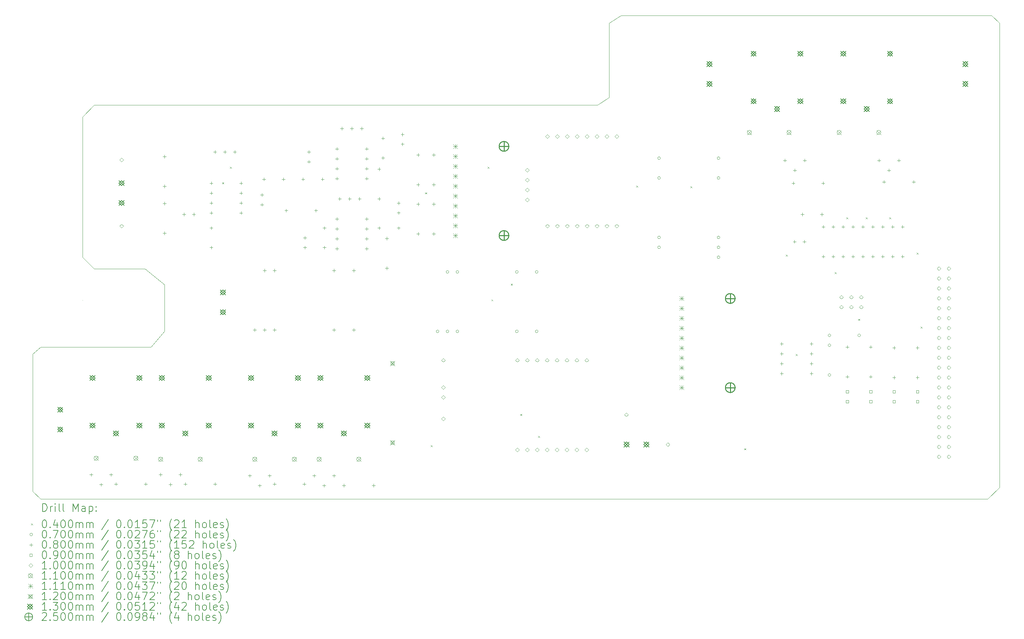
<source format=gbr>
%TF.GenerationSoftware,KiCad,Pcbnew,(6.0.9)*%
%TF.CreationDate,2023-02-22T20:31:25+01:00*%
%TF.ProjectId,mb.2024.0.0,6d622e32-3032-4342-9e30-2e302e6b6963,rev?*%
%TF.SameCoordinates,Original*%
%TF.FileFunction,Drillmap*%
%TF.FilePolarity,Positive*%
%FSLAX45Y45*%
G04 Gerber Fmt 4.5, Leading zero omitted, Abs format (unit mm)*
G04 Created by KiCad (PCBNEW (6.0.9)) date 2023-02-22 20:31:25*
%MOMM*%
%LPD*%
G01*
G04 APERTURE LIST*
%ADD10C,0.100000*%
%ADD11C,0.200000*%
%ADD12C,0.040000*%
%ADD13C,0.070000*%
%ADD14C,0.080000*%
%ADD15C,0.090000*%
%ADD16C,0.110000*%
%ADD17C,0.111000*%
%ADD18C,0.120000*%
%ADD19C,0.130000*%
%ADD20C,0.250000*%
G04 APERTURE END LIST*
D10*
X16500000Y-3100000D02*
X16200000Y-3300000D01*
X4450000Y-11600000D02*
X1624000Y-11600000D01*
X16200000Y-3300000D02*
X16200000Y-5200000D01*
X2700000Y-9300000D02*
X3000000Y-9600000D01*
X3000000Y-5400000D02*
X2700000Y-5700000D01*
X4800000Y-10000000D02*
X4300000Y-9600000D01*
X15900000Y-5400000D02*
X3000000Y-5400000D01*
X26000000Y-3100000D02*
X16500000Y-3100000D01*
X2700000Y-10400000D02*
X2700000Y-10400000D01*
X26200000Y-15200000D02*
X26200000Y-3300000D01*
X3000000Y-9600000D02*
X4300000Y-9600000D01*
X1624000Y-11600000D02*
X1424000Y-11784000D01*
X16200000Y-5200000D02*
X15900000Y-5400000D01*
X1424000Y-15300000D02*
X1624000Y-15500000D01*
X1424000Y-11784000D02*
X1424000Y-15300000D01*
X25900000Y-15500000D02*
X26200000Y-15200000D01*
X4800000Y-11200000D02*
X4800000Y-10000000D01*
X2700000Y-5700000D02*
X2700000Y-9300000D01*
X4800000Y-11200000D02*
X4450000Y-11600000D01*
X1624000Y-15500000D02*
X25900000Y-15500000D01*
X26000000Y-3100000D02*
X26200000Y-3300000D01*
D11*
D12*
X6280000Y-7380000D02*
X6320000Y-7420000D01*
X6320000Y-7380000D02*
X6280000Y-7420000D01*
X6480000Y-6980000D02*
X6520000Y-7020000D01*
X6520000Y-6980000D02*
X6480000Y-7020000D01*
X11480000Y-7637000D02*
X11520000Y-7677000D01*
X11520000Y-7637000D02*
X11480000Y-7677000D01*
X11623000Y-14118000D02*
X11663000Y-14158000D01*
X11663000Y-14118000D02*
X11623000Y-14158000D01*
X13080000Y-6980000D02*
X13120000Y-7020000D01*
X13120000Y-6980000D02*
X13080000Y-7020000D01*
X13180000Y-10380000D02*
X13220000Y-10420000D01*
X13220000Y-10380000D02*
X13180000Y-10420000D01*
X13680000Y-9980000D02*
X13720000Y-10020000D01*
X13720000Y-9980000D02*
X13680000Y-10020000D01*
X13923000Y-13318000D02*
X13963000Y-13358000D01*
X13963000Y-13318000D02*
X13923000Y-13358000D01*
X14380000Y-13880000D02*
X14420000Y-13920000D01*
X14420000Y-13880000D02*
X14380000Y-13920000D01*
X16894250Y-7465750D02*
X16934250Y-7505750D01*
X16934250Y-7465750D02*
X16894250Y-7505750D01*
X18280000Y-7480000D02*
X18320000Y-7520000D01*
X18320000Y-7480000D02*
X18280000Y-7520000D01*
X19660500Y-14199500D02*
X19700500Y-14239500D01*
X19700500Y-14199500D02*
X19660500Y-14239500D01*
X20726000Y-9234000D02*
X20766000Y-9274000D01*
X20766000Y-9234000D02*
X20726000Y-9274000D01*
X20980000Y-11780000D02*
X21020000Y-11820000D01*
X21020000Y-11780000D02*
X20980000Y-11820000D01*
X21980000Y-9680000D02*
X22020000Y-9720000D01*
X22020000Y-9680000D02*
X21980000Y-9720000D01*
X22279716Y-8275523D02*
X22319716Y-8315523D01*
X22319716Y-8275523D02*
X22279716Y-8315523D01*
X22580000Y-10880000D02*
X22620000Y-10920000D01*
X22620000Y-10880000D02*
X22580000Y-10920000D01*
X22776551Y-8275523D02*
X22816551Y-8315523D01*
X22816551Y-8275523D02*
X22776551Y-8315523D01*
X23380000Y-8280000D02*
X23420000Y-8320000D01*
X23420000Y-8280000D02*
X23380000Y-8320000D01*
X24080000Y-9180000D02*
X24120000Y-9220000D01*
X24120000Y-9180000D02*
X24080000Y-9220000D01*
X24180000Y-11080000D02*
X24220000Y-11120000D01*
X24220000Y-11080000D02*
X24180000Y-11120000D01*
D13*
X11835000Y-11200000D02*
G75*
G03*
X11835000Y-11200000I-35000J0D01*
G01*
X12089000Y-9676000D02*
G75*
G03*
X12089000Y-9676000I-35000J0D01*
G01*
X12089000Y-11200000D02*
G75*
G03*
X12089000Y-11200000I-35000J0D01*
G01*
X12343000Y-9676000D02*
G75*
G03*
X12343000Y-9676000I-35000J0D01*
G01*
X12343000Y-11200000D02*
G75*
G03*
X12343000Y-11200000I-35000J0D01*
G01*
X13867000Y-9676000D02*
G75*
G03*
X13867000Y-9676000I-35000J0D01*
G01*
X13867000Y-11200000D02*
G75*
G03*
X13867000Y-11200000I-35000J0D01*
G01*
X14375000Y-9676000D02*
G75*
G03*
X14375000Y-9676000I-35000J0D01*
G01*
X14375000Y-11200000D02*
G75*
G03*
X14375000Y-11200000I-35000J0D01*
G01*
X17511000Y-6760000D02*
G75*
G03*
X17511000Y-6760000I-35000J0D01*
G01*
X17511000Y-7268000D02*
G75*
G03*
X17511000Y-7268000I-35000J0D01*
G01*
X17511000Y-8792000D02*
G75*
G03*
X17511000Y-8792000I-35000J0D01*
G01*
X17511000Y-9046000D02*
G75*
G03*
X17511000Y-9046000I-35000J0D01*
G01*
X19035000Y-6760000D02*
G75*
G03*
X19035000Y-6760000I-35000J0D01*
G01*
X19035000Y-7268000D02*
G75*
G03*
X19035000Y-7268000I-35000J0D01*
G01*
X19035000Y-8792000D02*
G75*
G03*
X19035000Y-8792000I-35000J0D01*
G01*
X19035000Y-9046000D02*
G75*
G03*
X19035000Y-9046000I-35000J0D01*
G01*
X19035000Y-9300000D02*
G75*
G03*
X19035000Y-9300000I-35000J0D01*
G01*
X21879000Y-11303000D02*
G75*
G03*
X21879000Y-11303000I-35000J0D01*
G01*
X21879000Y-11557000D02*
G75*
G03*
X21879000Y-11557000I-35000J0D01*
G01*
X21879000Y-12319000D02*
G75*
G03*
X21879000Y-12319000I-35000J0D01*
G01*
X22641000Y-11303000D02*
G75*
G03*
X22641000Y-11303000I-35000J0D01*
G01*
D14*
X2922000Y-14834750D02*
X2922000Y-14914750D01*
X2882000Y-14874750D02*
X2962000Y-14874750D01*
X3176000Y-15088750D02*
X3176000Y-15168750D01*
X3136000Y-15128750D02*
X3216000Y-15128750D01*
X3430000Y-14834750D02*
X3430000Y-14914750D01*
X3390000Y-14874750D02*
X3470000Y-14874750D01*
X3556000Y-15073000D02*
X3556000Y-15153000D01*
X3516000Y-15113000D02*
X3596000Y-15113000D01*
X4318000Y-15073000D02*
X4318000Y-15153000D01*
X4278000Y-15113000D02*
X4358000Y-15113000D01*
X4700000Y-14830000D02*
X4700000Y-14910000D01*
X4660000Y-14870000D02*
X4740000Y-14870000D01*
X4800000Y-6679000D02*
X4800000Y-6759000D01*
X4760000Y-6719000D02*
X4840000Y-6719000D01*
X4800000Y-7441000D02*
X4800000Y-7521000D01*
X4760000Y-7481000D02*
X4840000Y-7481000D01*
X4800000Y-7879000D02*
X4800000Y-7959000D01*
X4760000Y-7919000D02*
X4840000Y-7919000D01*
X4800000Y-8641000D02*
X4800000Y-8721000D01*
X4760000Y-8681000D02*
X4840000Y-8681000D01*
X4954000Y-15084000D02*
X4954000Y-15164000D01*
X4914000Y-15124000D02*
X4994000Y-15124000D01*
X5208000Y-14830000D02*
X5208000Y-14910000D01*
X5168000Y-14870000D02*
X5248000Y-14870000D01*
X5300000Y-8160000D02*
X5300000Y-8240000D01*
X5260000Y-8200000D02*
X5340000Y-8200000D01*
X5334000Y-15073000D02*
X5334000Y-15153000D01*
X5294000Y-15113000D02*
X5374000Y-15113000D01*
X5550000Y-8160000D02*
X5550000Y-8240000D01*
X5510000Y-8200000D02*
X5590000Y-8200000D01*
X6000000Y-7360000D02*
X6000000Y-7440000D01*
X5960000Y-7400000D02*
X6040000Y-7400000D01*
X6000000Y-7614000D02*
X6000000Y-7694000D01*
X5960000Y-7654000D02*
X6040000Y-7654000D01*
X6000000Y-7868000D02*
X6000000Y-7948000D01*
X5960000Y-7908000D02*
X6040000Y-7908000D01*
X6000000Y-8122000D02*
X6000000Y-8202000D01*
X5960000Y-8162000D02*
X6040000Y-8162000D01*
X6000000Y-8510000D02*
X6000000Y-8590000D01*
X5960000Y-8550000D02*
X6040000Y-8550000D01*
X6000000Y-9010000D02*
X6000000Y-9090000D01*
X5960000Y-9050000D02*
X6040000Y-9050000D01*
X6092000Y-6560000D02*
X6092000Y-6640000D01*
X6052000Y-6600000D02*
X6132000Y-6600000D01*
X6096000Y-15073000D02*
X6096000Y-15153000D01*
X6056000Y-15113000D02*
X6136000Y-15113000D01*
X6346000Y-6560000D02*
X6346000Y-6640000D01*
X6306000Y-6600000D02*
X6386000Y-6600000D01*
X6600000Y-6560000D02*
X6600000Y-6640000D01*
X6560000Y-6600000D02*
X6640000Y-6600000D01*
X6762000Y-7360000D02*
X6762000Y-7440000D01*
X6722000Y-7400000D02*
X6802000Y-7400000D01*
X6762000Y-7614000D02*
X6762000Y-7694000D01*
X6722000Y-7654000D02*
X6802000Y-7654000D01*
X6762000Y-7868000D02*
X6762000Y-7948000D01*
X6722000Y-7908000D02*
X6802000Y-7908000D01*
X6762000Y-8122000D02*
X6762000Y-8202000D01*
X6722000Y-8162000D02*
X6802000Y-8162000D01*
X6986000Y-14861000D02*
X6986000Y-14941000D01*
X6946000Y-14901000D02*
X7026000Y-14901000D01*
X7110000Y-11122000D02*
X7110000Y-11202000D01*
X7070000Y-11162000D02*
X7150000Y-11162000D01*
X7240000Y-15115000D02*
X7240000Y-15195000D01*
X7200000Y-15155000D02*
X7280000Y-15155000D01*
X7300000Y-7660000D02*
X7300000Y-7740000D01*
X7260000Y-7700000D02*
X7340000Y-7700000D01*
X7300000Y-7910000D02*
X7300000Y-7990000D01*
X7260000Y-7950000D02*
X7340000Y-7950000D01*
X7350000Y-7260000D02*
X7350000Y-7340000D01*
X7310000Y-7300000D02*
X7390000Y-7300000D01*
X7364000Y-9598000D02*
X7364000Y-9678000D01*
X7324000Y-9638000D02*
X7404000Y-9638000D01*
X7364000Y-11122000D02*
X7364000Y-11202000D01*
X7324000Y-11162000D02*
X7404000Y-11162000D01*
X7494000Y-14861000D02*
X7494000Y-14941000D01*
X7454000Y-14901000D02*
X7534000Y-14901000D01*
X7618000Y-9598000D02*
X7618000Y-9678000D01*
X7578000Y-9638000D02*
X7658000Y-9638000D01*
X7618000Y-11122000D02*
X7618000Y-11202000D01*
X7578000Y-11162000D02*
X7658000Y-11162000D01*
X7620000Y-15073000D02*
X7620000Y-15153000D01*
X7580000Y-15113000D02*
X7660000Y-15113000D01*
X7850000Y-7260000D02*
X7850000Y-7340000D01*
X7810000Y-7300000D02*
X7890000Y-7300000D01*
X7919000Y-8060000D02*
X7919000Y-8140000D01*
X7879000Y-8100000D02*
X7959000Y-8100000D01*
X8350000Y-7260000D02*
X8350000Y-7340000D01*
X8310000Y-7300000D02*
X8390000Y-7300000D01*
X8382000Y-15073000D02*
X8382000Y-15153000D01*
X8342000Y-15113000D02*
X8422000Y-15113000D01*
X8400000Y-8760000D02*
X8400000Y-8840000D01*
X8360000Y-8800000D02*
X8440000Y-8800000D01*
X8400000Y-9010000D02*
X8400000Y-9090000D01*
X8360000Y-9050000D02*
X8440000Y-9050000D01*
X8500000Y-6560000D02*
X8500000Y-6640000D01*
X8460000Y-6600000D02*
X8540000Y-6600000D01*
X8500000Y-6810000D02*
X8500000Y-6890000D01*
X8460000Y-6850000D02*
X8540000Y-6850000D01*
X8637000Y-14861000D02*
X8637000Y-14941000D01*
X8597000Y-14901000D02*
X8677000Y-14901000D01*
X8681000Y-8060000D02*
X8681000Y-8140000D01*
X8641000Y-8100000D02*
X8721000Y-8100000D01*
X8850000Y-7260000D02*
X8850000Y-7340000D01*
X8810000Y-7300000D02*
X8890000Y-7300000D01*
X8891000Y-15115000D02*
X8891000Y-15195000D01*
X8851000Y-15155000D02*
X8931000Y-15155000D01*
X8900000Y-8510000D02*
X8900000Y-8590000D01*
X8860000Y-8550000D02*
X8940000Y-8550000D01*
X8900000Y-9010000D02*
X8900000Y-9090000D01*
X8860000Y-9050000D02*
X8940000Y-9050000D01*
X9142000Y-9598000D02*
X9142000Y-9678000D01*
X9102000Y-9638000D02*
X9182000Y-9638000D01*
X9142000Y-11122000D02*
X9142000Y-11202000D01*
X9102000Y-11162000D02*
X9182000Y-11162000D01*
X9145000Y-14861000D02*
X9145000Y-14941000D01*
X9105000Y-14901000D02*
X9185000Y-14901000D01*
X9220000Y-6480000D02*
X9220000Y-6560000D01*
X9180000Y-6520000D02*
X9260000Y-6520000D01*
X9220000Y-6734000D02*
X9220000Y-6814000D01*
X9180000Y-6774000D02*
X9260000Y-6774000D01*
X9220000Y-6988000D02*
X9220000Y-7068000D01*
X9180000Y-7028000D02*
X9260000Y-7028000D01*
X9220000Y-7242000D02*
X9220000Y-7322000D01*
X9180000Y-7282000D02*
X9260000Y-7282000D01*
X9220000Y-8280000D02*
X9220000Y-8360000D01*
X9180000Y-8320000D02*
X9260000Y-8320000D01*
X9220000Y-8534000D02*
X9220000Y-8614000D01*
X9180000Y-8574000D02*
X9260000Y-8574000D01*
X9220000Y-8788000D02*
X9220000Y-8868000D01*
X9180000Y-8828000D02*
X9260000Y-8828000D01*
X9220000Y-9042000D02*
X9220000Y-9122000D01*
X9180000Y-9082000D02*
X9260000Y-9082000D01*
X9292000Y-7760000D02*
X9292000Y-7840000D01*
X9252000Y-7800000D02*
X9332000Y-7800000D01*
X9347000Y-5960000D02*
X9347000Y-6040000D01*
X9307000Y-6000000D02*
X9387000Y-6000000D01*
X9398000Y-15110000D02*
X9398000Y-15190000D01*
X9358000Y-15150000D02*
X9438000Y-15150000D01*
X9546000Y-7760000D02*
X9546000Y-7840000D01*
X9506000Y-7800000D02*
X9586000Y-7800000D01*
X9601000Y-5960000D02*
X9601000Y-6040000D01*
X9561000Y-6000000D02*
X9641000Y-6000000D01*
X9650000Y-9598000D02*
X9650000Y-9678000D01*
X9610000Y-9638000D02*
X9690000Y-9638000D01*
X9650000Y-11122000D02*
X9650000Y-11202000D01*
X9610000Y-11162000D02*
X9690000Y-11162000D01*
X9800000Y-7760000D02*
X9800000Y-7840000D01*
X9760000Y-7800000D02*
X9840000Y-7800000D01*
X9855000Y-5960000D02*
X9855000Y-6040000D01*
X9815000Y-6000000D02*
X9895000Y-6000000D01*
X9982000Y-6480000D02*
X9982000Y-6560000D01*
X9942000Y-6520000D02*
X10022000Y-6520000D01*
X9982000Y-6734000D02*
X9982000Y-6814000D01*
X9942000Y-6774000D02*
X10022000Y-6774000D01*
X9982000Y-6988000D02*
X9982000Y-7068000D01*
X9942000Y-7028000D02*
X10022000Y-7028000D01*
X9982000Y-7242000D02*
X9982000Y-7322000D01*
X9942000Y-7282000D02*
X10022000Y-7282000D01*
X9982000Y-8280000D02*
X9982000Y-8360000D01*
X9942000Y-8320000D02*
X10022000Y-8320000D01*
X9982000Y-8534000D02*
X9982000Y-8614000D01*
X9942000Y-8574000D02*
X10022000Y-8574000D01*
X9982000Y-8788000D02*
X9982000Y-8868000D01*
X9942000Y-8828000D02*
X10022000Y-8828000D01*
X9982000Y-9042000D02*
X9982000Y-9122000D01*
X9942000Y-9082000D02*
X10022000Y-9082000D01*
X10160000Y-15110000D02*
X10160000Y-15190000D01*
X10120000Y-15150000D02*
X10200000Y-15150000D01*
X10300000Y-6998000D02*
X10300000Y-7078000D01*
X10260000Y-7038000D02*
X10340000Y-7038000D01*
X10300000Y-7760000D02*
X10300000Y-7840000D01*
X10260000Y-7800000D02*
X10340000Y-7800000D01*
X10300000Y-8510000D02*
X10300000Y-8590000D01*
X10260000Y-8550000D02*
X10340000Y-8550000D01*
X10400000Y-6210000D02*
X10400000Y-6290000D01*
X10360000Y-6250000D02*
X10440000Y-6250000D01*
X10400000Y-6710000D02*
X10400000Y-6790000D01*
X10360000Y-6750000D02*
X10440000Y-6750000D01*
X10500000Y-8779000D02*
X10500000Y-8859000D01*
X10460000Y-8819000D02*
X10540000Y-8819000D01*
X10500000Y-9541000D02*
X10500000Y-9621000D01*
X10460000Y-9581000D02*
X10540000Y-9581000D01*
X10800000Y-7870000D02*
X10800000Y-7950000D01*
X10760000Y-7910000D02*
X10840000Y-7910000D01*
X10800000Y-8120000D02*
X10800000Y-8200000D01*
X10760000Y-8160000D02*
X10840000Y-8160000D01*
X10800000Y-8510000D02*
X10800000Y-8590000D01*
X10760000Y-8550000D02*
X10840000Y-8550000D01*
X10900000Y-6110000D02*
X10900000Y-6190000D01*
X10860000Y-6150000D02*
X10940000Y-6150000D01*
X10900000Y-6360000D02*
X10900000Y-6440000D01*
X10860000Y-6400000D02*
X10940000Y-6400000D01*
X11300000Y-6636000D02*
X11300000Y-6716000D01*
X11260000Y-6676000D02*
X11340000Y-6676000D01*
X11300000Y-7398000D02*
X11300000Y-7478000D01*
X11260000Y-7438000D02*
X11340000Y-7438000D01*
X11300000Y-7898000D02*
X11300000Y-7978000D01*
X11260000Y-7938000D02*
X11340000Y-7938000D01*
X11300000Y-8660000D02*
X11300000Y-8740000D01*
X11260000Y-8700000D02*
X11340000Y-8700000D01*
X11700000Y-6636000D02*
X11700000Y-6716000D01*
X11660000Y-6676000D02*
X11740000Y-6676000D01*
X11700000Y-7398000D02*
X11700000Y-7478000D01*
X11660000Y-7438000D02*
X11740000Y-7438000D01*
X11700000Y-7898000D02*
X11700000Y-7978000D01*
X11660000Y-7938000D02*
X11740000Y-7938000D01*
X11700000Y-8660000D02*
X11700000Y-8740000D01*
X11660000Y-8700000D02*
X11740000Y-8700000D01*
X20620000Y-11480000D02*
X20620000Y-11560000D01*
X20580000Y-11520000D02*
X20660000Y-11520000D01*
X20620000Y-11734000D02*
X20620000Y-11814000D01*
X20580000Y-11774000D02*
X20660000Y-11774000D01*
X20620000Y-11988000D02*
X20620000Y-12068000D01*
X20580000Y-12028000D02*
X20660000Y-12028000D01*
X20620000Y-12242000D02*
X20620000Y-12322000D01*
X20580000Y-12282000D02*
X20660000Y-12282000D01*
X20702000Y-6776000D02*
X20702000Y-6856000D01*
X20662000Y-6816000D02*
X20742000Y-6816000D01*
X20919000Y-7360000D02*
X20919000Y-7440000D01*
X20879000Y-7400000D02*
X20959000Y-7400000D01*
X20950000Y-8860000D02*
X20950000Y-8940000D01*
X20910000Y-8900000D02*
X20990000Y-8900000D01*
X20956000Y-7030000D02*
X20956000Y-7110000D01*
X20916000Y-7070000D02*
X20996000Y-7070000D01*
X21150000Y-8160000D02*
X21150000Y-8240000D01*
X21110000Y-8200000D02*
X21190000Y-8200000D01*
X21200000Y-8860000D02*
X21200000Y-8940000D01*
X21160000Y-8900000D02*
X21240000Y-8900000D01*
X21210000Y-6776000D02*
X21210000Y-6856000D01*
X21170000Y-6816000D02*
X21250000Y-6816000D01*
X21382000Y-11480000D02*
X21382000Y-11560000D01*
X21342000Y-11520000D02*
X21422000Y-11520000D01*
X21382000Y-11734000D02*
X21382000Y-11814000D01*
X21342000Y-11774000D02*
X21422000Y-11774000D01*
X21382000Y-11988000D02*
X21382000Y-12068000D01*
X21342000Y-12028000D02*
X21422000Y-12028000D01*
X21382000Y-12242000D02*
X21382000Y-12322000D01*
X21342000Y-12282000D02*
X21422000Y-12282000D01*
X21650000Y-8160000D02*
X21650000Y-8240000D01*
X21610000Y-8200000D02*
X21690000Y-8200000D01*
X21681000Y-7360000D02*
X21681000Y-7440000D01*
X21641000Y-7400000D02*
X21721000Y-7400000D01*
X21685000Y-8478000D02*
X21685000Y-8558000D01*
X21645000Y-8518000D02*
X21725000Y-8518000D01*
X21685000Y-9240000D02*
X21685000Y-9320000D01*
X21645000Y-9280000D02*
X21725000Y-9280000D01*
X21939000Y-8478000D02*
X21939000Y-8558000D01*
X21899000Y-8518000D02*
X21979000Y-8518000D01*
X21939000Y-9240000D02*
X21939000Y-9320000D01*
X21899000Y-9280000D02*
X21979000Y-9280000D01*
X22193000Y-8478000D02*
X22193000Y-8558000D01*
X22153000Y-8518000D02*
X22233000Y-8518000D01*
X22193000Y-9240000D02*
X22193000Y-9320000D01*
X22153000Y-9280000D02*
X22233000Y-9280000D01*
X22300000Y-11560000D02*
X22300000Y-11640000D01*
X22260000Y-11600000D02*
X22340000Y-11600000D01*
X22300000Y-12322000D02*
X22300000Y-12402000D01*
X22260000Y-12362000D02*
X22340000Y-12362000D01*
X22447000Y-8478000D02*
X22447000Y-8558000D01*
X22407000Y-8518000D02*
X22487000Y-8518000D01*
X22447000Y-9240000D02*
X22447000Y-9320000D01*
X22407000Y-9280000D02*
X22487000Y-9280000D01*
X22701000Y-8478000D02*
X22701000Y-8558000D01*
X22661000Y-8518000D02*
X22741000Y-8518000D01*
X22701000Y-9240000D02*
X22701000Y-9320000D01*
X22661000Y-9280000D02*
X22741000Y-9280000D01*
X22900000Y-11560000D02*
X22900000Y-11640000D01*
X22860000Y-11600000D02*
X22940000Y-11600000D01*
X22900000Y-12322000D02*
X22900000Y-12402000D01*
X22860000Y-12362000D02*
X22940000Y-12362000D01*
X22955000Y-8478000D02*
X22955000Y-8558000D01*
X22915000Y-8518000D02*
X22995000Y-8518000D01*
X22955000Y-9240000D02*
X22955000Y-9320000D01*
X22915000Y-9280000D02*
X22995000Y-9280000D01*
X23115000Y-6776000D02*
X23115000Y-6856000D01*
X23075000Y-6816000D02*
X23155000Y-6816000D01*
X23209000Y-8478000D02*
X23209000Y-8558000D01*
X23169000Y-8518000D02*
X23249000Y-8518000D01*
X23209000Y-9240000D02*
X23209000Y-9320000D01*
X23169000Y-9280000D02*
X23249000Y-9280000D01*
X23241000Y-7326000D02*
X23241000Y-7406000D01*
X23201000Y-7366000D02*
X23281000Y-7366000D01*
X23369000Y-7030000D02*
X23369000Y-7110000D01*
X23329000Y-7070000D02*
X23409000Y-7070000D01*
X23463000Y-8478000D02*
X23463000Y-8558000D01*
X23423000Y-8518000D02*
X23503000Y-8518000D01*
X23463000Y-9240000D02*
X23463000Y-9320000D01*
X23423000Y-9280000D02*
X23503000Y-9280000D01*
X23500000Y-11579000D02*
X23500000Y-11659000D01*
X23460000Y-11619000D02*
X23540000Y-11619000D01*
X23500000Y-12341000D02*
X23500000Y-12421000D01*
X23460000Y-12381000D02*
X23540000Y-12381000D01*
X23623000Y-6776000D02*
X23623000Y-6856000D01*
X23583000Y-6816000D02*
X23663000Y-6816000D01*
X23717000Y-8478000D02*
X23717000Y-8558000D01*
X23677000Y-8518000D02*
X23757000Y-8518000D01*
X23717000Y-9240000D02*
X23717000Y-9320000D01*
X23677000Y-9280000D02*
X23757000Y-9280000D01*
X24003000Y-7326000D02*
X24003000Y-7406000D01*
X23963000Y-7366000D02*
X24043000Y-7366000D01*
X24100000Y-11579000D02*
X24100000Y-11659000D01*
X24060000Y-11619000D02*
X24140000Y-11619000D01*
X24100000Y-12341000D02*
X24100000Y-12421000D01*
X24060000Y-12381000D02*
X24140000Y-12381000D01*
D15*
X22331820Y-12777820D02*
X22331820Y-12714180D01*
X22268180Y-12714180D01*
X22268180Y-12777820D01*
X22331820Y-12777820D01*
X22331820Y-13031820D02*
X22331820Y-12968180D01*
X22268180Y-12968180D01*
X22268180Y-13031820D01*
X22331820Y-13031820D01*
X22931820Y-12777820D02*
X22931820Y-12714180D01*
X22868180Y-12714180D01*
X22868180Y-12777820D01*
X22931820Y-12777820D01*
X22931820Y-13031820D02*
X22931820Y-12968180D01*
X22868180Y-12968180D01*
X22868180Y-13031820D01*
X22931820Y-13031820D01*
X23531820Y-12777820D02*
X23531820Y-12714180D01*
X23468180Y-12714180D01*
X23468180Y-12777820D01*
X23531820Y-12777820D01*
X23531820Y-13031820D02*
X23531820Y-12968180D01*
X23468180Y-12968180D01*
X23468180Y-13031820D01*
X23531820Y-13031820D01*
X24131820Y-12777820D02*
X24131820Y-12714180D01*
X24068180Y-12714180D01*
X24068180Y-12777820D01*
X24131820Y-12777820D01*
X24131820Y-13031820D02*
X24131820Y-12968180D01*
X24068180Y-12968180D01*
X24068180Y-13031820D01*
X24131820Y-13031820D01*
D10*
X3700000Y-6850000D02*
X3750000Y-6800000D01*
X3700000Y-6750000D01*
X3650000Y-6800000D01*
X3700000Y-6850000D01*
X3700000Y-8550000D02*
X3750000Y-8500000D01*
X3700000Y-8450000D01*
X3650000Y-8500000D01*
X3700000Y-8550000D01*
X11943000Y-11988000D02*
X11993000Y-11938000D01*
X11943000Y-11888000D01*
X11893000Y-11938000D01*
X11943000Y-11988000D01*
X11943000Y-13488000D02*
X11993000Y-13438000D01*
X11943000Y-13388000D01*
X11893000Y-13438000D01*
X11943000Y-13488000D01*
X11947500Y-12689500D02*
X11997500Y-12639500D01*
X11947500Y-12589500D01*
X11897500Y-12639500D01*
X11947500Y-12689500D01*
X11947500Y-12943500D02*
X11997500Y-12893500D01*
X11947500Y-12843500D01*
X11897500Y-12893500D01*
X11947500Y-12943500D01*
X13843000Y-11988000D02*
X13893000Y-11938000D01*
X13843000Y-11888000D01*
X13793000Y-11938000D01*
X13843000Y-11988000D01*
X13843000Y-14288000D02*
X13893000Y-14238000D01*
X13843000Y-14188000D01*
X13793000Y-14238000D01*
X13843000Y-14288000D01*
X14097000Y-11988000D02*
X14147000Y-11938000D01*
X14097000Y-11888000D01*
X14047000Y-11938000D01*
X14097000Y-11988000D01*
X14097000Y-14288000D02*
X14147000Y-14238000D01*
X14097000Y-14188000D01*
X14047000Y-14238000D01*
X14097000Y-14288000D01*
X14100000Y-7113000D02*
X14150000Y-7063000D01*
X14100000Y-7013000D01*
X14050000Y-7063000D01*
X14100000Y-7113000D01*
X14100000Y-7367000D02*
X14150000Y-7317000D01*
X14100000Y-7267000D01*
X14050000Y-7317000D01*
X14100000Y-7367000D01*
X14100000Y-7621000D02*
X14150000Y-7571000D01*
X14100000Y-7521000D01*
X14050000Y-7571000D01*
X14100000Y-7621000D01*
X14100000Y-7875000D02*
X14150000Y-7825000D01*
X14100000Y-7775000D01*
X14050000Y-7825000D01*
X14100000Y-7875000D01*
X14351000Y-11988000D02*
X14401000Y-11938000D01*
X14351000Y-11888000D01*
X14301000Y-11938000D01*
X14351000Y-11988000D01*
X14351000Y-14288000D02*
X14401000Y-14238000D01*
X14351000Y-14188000D01*
X14301000Y-14238000D01*
X14351000Y-14288000D01*
X14605000Y-11988000D02*
X14655000Y-11938000D01*
X14605000Y-11888000D01*
X14555000Y-11938000D01*
X14605000Y-11988000D01*
X14605000Y-14288000D02*
X14655000Y-14238000D01*
X14605000Y-14188000D01*
X14555000Y-14238000D01*
X14605000Y-14288000D01*
X14612500Y-6250000D02*
X14662500Y-6200000D01*
X14612500Y-6150000D01*
X14562500Y-6200000D01*
X14612500Y-6250000D01*
X14612500Y-8550000D02*
X14662500Y-8500000D01*
X14612500Y-8450000D01*
X14562500Y-8500000D01*
X14612500Y-8550000D01*
X14859000Y-11988000D02*
X14909000Y-11938000D01*
X14859000Y-11888000D01*
X14809000Y-11938000D01*
X14859000Y-11988000D01*
X14859000Y-14288000D02*
X14909000Y-14238000D01*
X14859000Y-14188000D01*
X14809000Y-14238000D01*
X14859000Y-14288000D01*
X14866500Y-6250000D02*
X14916500Y-6200000D01*
X14866500Y-6150000D01*
X14816500Y-6200000D01*
X14866500Y-6250000D01*
X14866500Y-8550000D02*
X14916500Y-8500000D01*
X14866500Y-8450000D01*
X14816500Y-8500000D01*
X14866500Y-8550000D01*
X15113000Y-11988000D02*
X15163000Y-11938000D01*
X15113000Y-11888000D01*
X15063000Y-11938000D01*
X15113000Y-11988000D01*
X15113000Y-14288000D02*
X15163000Y-14238000D01*
X15113000Y-14188000D01*
X15063000Y-14238000D01*
X15113000Y-14288000D01*
X15120500Y-6250000D02*
X15170500Y-6200000D01*
X15120500Y-6150000D01*
X15070500Y-6200000D01*
X15120500Y-6250000D01*
X15120500Y-8550000D02*
X15170500Y-8500000D01*
X15120500Y-8450000D01*
X15070500Y-8500000D01*
X15120500Y-8550000D01*
X15367000Y-11988000D02*
X15417000Y-11938000D01*
X15367000Y-11888000D01*
X15317000Y-11938000D01*
X15367000Y-11988000D01*
X15367000Y-14288000D02*
X15417000Y-14238000D01*
X15367000Y-14188000D01*
X15317000Y-14238000D01*
X15367000Y-14288000D01*
X15374500Y-6250000D02*
X15424500Y-6200000D01*
X15374500Y-6150000D01*
X15324500Y-6200000D01*
X15374500Y-6250000D01*
X15374500Y-8550000D02*
X15424500Y-8500000D01*
X15374500Y-8450000D01*
X15324500Y-8500000D01*
X15374500Y-8550000D01*
X15621000Y-11988000D02*
X15671000Y-11938000D01*
X15621000Y-11888000D01*
X15571000Y-11938000D01*
X15621000Y-11988000D01*
X15621000Y-14288000D02*
X15671000Y-14238000D01*
X15621000Y-14188000D01*
X15571000Y-14238000D01*
X15621000Y-14288000D01*
X15628500Y-6250000D02*
X15678500Y-6200000D01*
X15628500Y-6150000D01*
X15578500Y-6200000D01*
X15628500Y-6250000D01*
X15628500Y-8550000D02*
X15678500Y-8500000D01*
X15628500Y-8450000D01*
X15578500Y-8500000D01*
X15628500Y-8550000D01*
X15882500Y-6250000D02*
X15932500Y-6200000D01*
X15882500Y-6150000D01*
X15832500Y-6200000D01*
X15882500Y-6250000D01*
X15882500Y-8550000D02*
X15932500Y-8500000D01*
X15882500Y-8450000D01*
X15832500Y-8500000D01*
X15882500Y-8550000D01*
X16136500Y-6250000D02*
X16186500Y-6200000D01*
X16136500Y-6150000D01*
X16086500Y-6200000D01*
X16136500Y-6250000D01*
X16136500Y-8550000D02*
X16186500Y-8500000D01*
X16136500Y-8450000D01*
X16086500Y-8500000D01*
X16136500Y-8550000D01*
X16390500Y-6250000D02*
X16440500Y-6200000D01*
X16390500Y-6150000D01*
X16340500Y-6200000D01*
X16390500Y-6250000D01*
X16390500Y-8550000D02*
X16440500Y-8500000D01*
X16390500Y-8450000D01*
X16340500Y-8500000D01*
X16390500Y-8550000D01*
X16637000Y-13385000D02*
X16687000Y-13335000D01*
X16637000Y-13285000D01*
X16587000Y-13335000D01*
X16637000Y-13385000D01*
X17700000Y-14150000D02*
X17750000Y-14100000D01*
X17700000Y-14050000D01*
X17650000Y-14100000D01*
X17700000Y-14150000D01*
X22145500Y-10371250D02*
X22195500Y-10321250D01*
X22145500Y-10271250D01*
X22095500Y-10321250D01*
X22145500Y-10371250D01*
X22145500Y-10625250D02*
X22195500Y-10575250D01*
X22145500Y-10525250D01*
X22095500Y-10575250D01*
X22145500Y-10625250D01*
X22399500Y-10371250D02*
X22449500Y-10321250D01*
X22399500Y-10271250D01*
X22349500Y-10321250D01*
X22399500Y-10371250D01*
X22399500Y-10625250D02*
X22449500Y-10575250D01*
X22399500Y-10525250D01*
X22349500Y-10575250D01*
X22399500Y-10625250D01*
X22653500Y-10371250D02*
X22703500Y-10321250D01*
X22653500Y-10271250D01*
X22603500Y-10321250D01*
X22653500Y-10371250D01*
X22653500Y-10625250D02*
X22703500Y-10575250D01*
X22653500Y-10525250D01*
X22603500Y-10575250D01*
X22653500Y-10625250D01*
X24650000Y-9640000D02*
X24700000Y-9590000D01*
X24650000Y-9540000D01*
X24600000Y-9590000D01*
X24650000Y-9640000D01*
X24650000Y-9894000D02*
X24700000Y-9844000D01*
X24650000Y-9794000D01*
X24600000Y-9844000D01*
X24650000Y-9894000D01*
X24650000Y-10148000D02*
X24700000Y-10098000D01*
X24650000Y-10048000D01*
X24600000Y-10098000D01*
X24650000Y-10148000D01*
X24650000Y-10402000D02*
X24700000Y-10352000D01*
X24650000Y-10302000D01*
X24600000Y-10352000D01*
X24650000Y-10402000D01*
X24650000Y-10656000D02*
X24700000Y-10606000D01*
X24650000Y-10556000D01*
X24600000Y-10606000D01*
X24650000Y-10656000D01*
X24650000Y-10910000D02*
X24700000Y-10860000D01*
X24650000Y-10810000D01*
X24600000Y-10860000D01*
X24650000Y-10910000D01*
X24650000Y-11164000D02*
X24700000Y-11114000D01*
X24650000Y-11064000D01*
X24600000Y-11114000D01*
X24650000Y-11164000D01*
X24650000Y-11418000D02*
X24700000Y-11368000D01*
X24650000Y-11318000D01*
X24600000Y-11368000D01*
X24650000Y-11418000D01*
X24650000Y-11672000D02*
X24700000Y-11622000D01*
X24650000Y-11572000D01*
X24600000Y-11622000D01*
X24650000Y-11672000D01*
X24650000Y-11926000D02*
X24700000Y-11876000D01*
X24650000Y-11826000D01*
X24600000Y-11876000D01*
X24650000Y-11926000D01*
X24650000Y-12180000D02*
X24700000Y-12130000D01*
X24650000Y-12080000D01*
X24600000Y-12130000D01*
X24650000Y-12180000D01*
X24650000Y-12434000D02*
X24700000Y-12384000D01*
X24650000Y-12334000D01*
X24600000Y-12384000D01*
X24650000Y-12434000D01*
X24650000Y-12688000D02*
X24700000Y-12638000D01*
X24650000Y-12588000D01*
X24600000Y-12638000D01*
X24650000Y-12688000D01*
X24650000Y-12942000D02*
X24700000Y-12892000D01*
X24650000Y-12842000D01*
X24600000Y-12892000D01*
X24650000Y-12942000D01*
X24650000Y-13196000D02*
X24700000Y-13146000D01*
X24650000Y-13096000D01*
X24600000Y-13146000D01*
X24650000Y-13196000D01*
X24650000Y-13450000D02*
X24700000Y-13400000D01*
X24650000Y-13350000D01*
X24600000Y-13400000D01*
X24650000Y-13450000D01*
X24650000Y-13704000D02*
X24700000Y-13654000D01*
X24650000Y-13604000D01*
X24600000Y-13654000D01*
X24650000Y-13704000D01*
X24650000Y-13958000D02*
X24700000Y-13908000D01*
X24650000Y-13858000D01*
X24600000Y-13908000D01*
X24650000Y-13958000D01*
X24650000Y-14212000D02*
X24700000Y-14162000D01*
X24650000Y-14112000D01*
X24600000Y-14162000D01*
X24650000Y-14212000D01*
X24650000Y-14466000D02*
X24700000Y-14416000D01*
X24650000Y-14366000D01*
X24600000Y-14416000D01*
X24650000Y-14466000D01*
X24904000Y-9640000D02*
X24954000Y-9590000D01*
X24904000Y-9540000D01*
X24854000Y-9590000D01*
X24904000Y-9640000D01*
X24904000Y-9894000D02*
X24954000Y-9844000D01*
X24904000Y-9794000D01*
X24854000Y-9844000D01*
X24904000Y-9894000D01*
X24904000Y-10148000D02*
X24954000Y-10098000D01*
X24904000Y-10048000D01*
X24854000Y-10098000D01*
X24904000Y-10148000D01*
X24904000Y-10402000D02*
X24954000Y-10352000D01*
X24904000Y-10302000D01*
X24854000Y-10352000D01*
X24904000Y-10402000D01*
X24904000Y-10656000D02*
X24954000Y-10606000D01*
X24904000Y-10556000D01*
X24854000Y-10606000D01*
X24904000Y-10656000D01*
X24904000Y-10910000D02*
X24954000Y-10860000D01*
X24904000Y-10810000D01*
X24854000Y-10860000D01*
X24904000Y-10910000D01*
X24904000Y-11164000D02*
X24954000Y-11114000D01*
X24904000Y-11064000D01*
X24854000Y-11114000D01*
X24904000Y-11164000D01*
X24904000Y-11418000D02*
X24954000Y-11368000D01*
X24904000Y-11318000D01*
X24854000Y-11368000D01*
X24904000Y-11418000D01*
X24904000Y-11672000D02*
X24954000Y-11622000D01*
X24904000Y-11572000D01*
X24854000Y-11622000D01*
X24904000Y-11672000D01*
X24904000Y-11926000D02*
X24954000Y-11876000D01*
X24904000Y-11826000D01*
X24854000Y-11876000D01*
X24904000Y-11926000D01*
X24904000Y-12180000D02*
X24954000Y-12130000D01*
X24904000Y-12080000D01*
X24854000Y-12130000D01*
X24904000Y-12180000D01*
X24904000Y-12434000D02*
X24954000Y-12384000D01*
X24904000Y-12334000D01*
X24854000Y-12384000D01*
X24904000Y-12434000D01*
X24904000Y-12688000D02*
X24954000Y-12638000D01*
X24904000Y-12588000D01*
X24854000Y-12638000D01*
X24904000Y-12688000D01*
X24904000Y-12942000D02*
X24954000Y-12892000D01*
X24904000Y-12842000D01*
X24854000Y-12892000D01*
X24904000Y-12942000D01*
X24904000Y-13196000D02*
X24954000Y-13146000D01*
X24904000Y-13096000D01*
X24854000Y-13146000D01*
X24904000Y-13196000D01*
X24904000Y-13450000D02*
X24954000Y-13400000D01*
X24904000Y-13350000D01*
X24854000Y-13400000D01*
X24904000Y-13450000D01*
X24904000Y-13704000D02*
X24954000Y-13654000D01*
X24904000Y-13604000D01*
X24854000Y-13654000D01*
X24904000Y-13704000D01*
X24904000Y-13958000D02*
X24954000Y-13908000D01*
X24904000Y-13858000D01*
X24854000Y-13908000D01*
X24904000Y-13958000D01*
X24904000Y-14212000D02*
X24954000Y-14162000D01*
X24904000Y-14112000D01*
X24854000Y-14162000D01*
X24904000Y-14212000D01*
X24904000Y-14466000D02*
X24954000Y-14416000D01*
X24904000Y-14366000D01*
X24854000Y-14416000D01*
X24904000Y-14466000D01*
D16*
X2993000Y-14396750D02*
X3103000Y-14506750D01*
X3103000Y-14396750D02*
X2993000Y-14506750D01*
X3103000Y-14451750D02*
G75*
G03*
X3103000Y-14451750I-55000J0D01*
G01*
X4009000Y-14396750D02*
X4119000Y-14506750D01*
X4119000Y-14396750D02*
X4009000Y-14506750D01*
X4119000Y-14451750D02*
G75*
G03*
X4119000Y-14451750I-55000J0D01*
G01*
X4644000Y-14423000D02*
X4754000Y-14533000D01*
X4754000Y-14423000D02*
X4644000Y-14533000D01*
X4754000Y-14478000D02*
G75*
G03*
X4754000Y-14478000I-55000J0D01*
G01*
X5660000Y-14423000D02*
X5770000Y-14533000D01*
X5770000Y-14423000D02*
X5660000Y-14533000D01*
X5770000Y-14478000D02*
G75*
G03*
X5770000Y-14478000I-55000J0D01*
G01*
X7057000Y-14423000D02*
X7167000Y-14533000D01*
X7167000Y-14423000D02*
X7057000Y-14533000D01*
X7167000Y-14478000D02*
G75*
G03*
X7167000Y-14478000I-55000J0D01*
G01*
X8073000Y-14423000D02*
X8183000Y-14533000D01*
X8183000Y-14423000D02*
X8073000Y-14533000D01*
X8183000Y-14478000D02*
G75*
G03*
X8183000Y-14478000I-55000J0D01*
G01*
X8708000Y-14423000D02*
X8818000Y-14533000D01*
X8818000Y-14423000D02*
X8708000Y-14533000D01*
X8818000Y-14478000D02*
G75*
G03*
X8818000Y-14478000I-55000J0D01*
G01*
X9724000Y-14423000D02*
X9834000Y-14533000D01*
X9834000Y-14423000D02*
X9724000Y-14533000D01*
X9834000Y-14478000D02*
G75*
G03*
X9834000Y-14478000I-55000J0D01*
G01*
X19737000Y-6045000D02*
X19847000Y-6155000D01*
X19847000Y-6045000D02*
X19737000Y-6155000D01*
X19847000Y-6100000D02*
G75*
G03*
X19847000Y-6100000I-55000J0D01*
G01*
X20753000Y-6045000D02*
X20863000Y-6155000D01*
X20863000Y-6045000D02*
X20753000Y-6155000D01*
X20863000Y-6100000D02*
G75*
G03*
X20863000Y-6100000I-55000J0D01*
G01*
X22037000Y-6045000D02*
X22147000Y-6155000D01*
X22147000Y-6045000D02*
X22037000Y-6155000D01*
X22147000Y-6100000D02*
G75*
G03*
X22147000Y-6100000I-55000J0D01*
G01*
X23053000Y-6045000D02*
X23163000Y-6155000D01*
X23163000Y-6045000D02*
X23053000Y-6155000D01*
X23163000Y-6100000D02*
G75*
G03*
X23163000Y-6100000I-55000J0D01*
G01*
D17*
X12201600Y-6401500D02*
X12312600Y-6512500D01*
X12312600Y-6401500D02*
X12201600Y-6512500D01*
X12257100Y-6401500D02*
X12257100Y-6512500D01*
X12201600Y-6457000D02*
X12312600Y-6457000D01*
X12201600Y-6655500D02*
X12312600Y-6766500D01*
X12312600Y-6655500D02*
X12201600Y-6766500D01*
X12257100Y-6655500D02*
X12257100Y-6766500D01*
X12201600Y-6711000D02*
X12312600Y-6711000D01*
X12201600Y-6909500D02*
X12312600Y-7020500D01*
X12312600Y-6909500D02*
X12201600Y-7020500D01*
X12257100Y-6909500D02*
X12257100Y-7020500D01*
X12201600Y-6965000D02*
X12312600Y-6965000D01*
X12201600Y-7163500D02*
X12312600Y-7274500D01*
X12312600Y-7163500D02*
X12201600Y-7274500D01*
X12257100Y-7163500D02*
X12257100Y-7274500D01*
X12201600Y-7219000D02*
X12312600Y-7219000D01*
X12201600Y-7417500D02*
X12312600Y-7528500D01*
X12312600Y-7417500D02*
X12201600Y-7528500D01*
X12257100Y-7417500D02*
X12257100Y-7528500D01*
X12201600Y-7473000D02*
X12312600Y-7473000D01*
X12201600Y-7671500D02*
X12312600Y-7782500D01*
X12312600Y-7671500D02*
X12201600Y-7782500D01*
X12257100Y-7671500D02*
X12257100Y-7782500D01*
X12201600Y-7727000D02*
X12312600Y-7727000D01*
X12201600Y-7925500D02*
X12312600Y-8036500D01*
X12312600Y-7925500D02*
X12201600Y-8036500D01*
X12257100Y-7925500D02*
X12257100Y-8036500D01*
X12201600Y-7981000D02*
X12312600Y-7981000D01*
X12201600Y-8179500D02*
X12312600Y-8290500D01*
X12312600Y-8179500D02*
X12201600Y-8290500D01*
X12257100Y-8179500D02*
X12257100Y-8290500D01*
X12201600Y-8235000D02*
X12312600Y-8235000D01*
X12201600Y-8433500D02*
X12312600Y-8544500D01*
X12312600Y-8433500D02*
X12201600Y-8544500D01*
X12257100Y-8433500D02*
X12257100Y-8544500D01*
X12201600Y-8489000D02*
X12312600Y-8489000D01*
X12201600Y-8687500D02*
X12312600Y-8798500D01*
X12312600Y-8687500D02*
X12201600Y-8798500D01*
X12257100Y-8687500D02*
X12257100Y-8798500D01*
X12201600Y-8743000D02*
X12312600Y-8743000D01*
X18001600Y-10301500D02*
X18112600Y-10412500D01*
X18112600Y-10301500D02*
X18001600Y-10412500D01*
X18057100Y-10301500D02*
X18057100Y-10412500D01*
X18001600Y-10357000D02*
X18112600Y-10357000D01*
X18001600Y-10555500D02*
X18112600Y-10666500D01*
X18112600Y-10555500D02*
X18001600Y-10666500D01*
X18057100Y-10555500D02*
X18057100Y-10666500D01*
X18001600Y-10611000D02*
X18112600Y-10611000D01*
X18001600Y-10809500D02*
X18112600Y-10920500D01*
X18112600Y-10809500D02*
X18001600Y-10920500D01*
X18057100Y-10809500D02*
X18057100Y-10920500D01*
X18001600Y-10865000D02*
X18112600Y-10865000D01*
X18001600Y-11063500D02*
X18112600Y-11174500D01*
X18112600Y-11063500D02*
X18001600Y-11174500D01*
X18057100Y-11063500D02*
X18057100Y-11174500D01*
X18001600Y-11119000D02*
X18112600Y-11119000D01*
X18001600Y-11317500D02*
X18112600Y-11428500D01*
X18112600Y-11317500D02*
X18001600Y-11428500D01*
X18057100Y-11317500D02*
X18057100Y-11428500D01*
X18001600Y-11373000D02*
X18112600Y-11373000D01*
X18001600Y-11571500D02*
X18112600Y-11682500D01*
X18112600Y-11571500D02*
X18001600Y-11682500D01*
X18057100Y-11571500D02*
X18057100Y-11682500D01*
X18001600Y-11627000D02*
X18112600Y-11627000D01*
X18001600Y-11825500D02*
X18112600Y-11936500D01*
X18112600Y-11825500D02*
X18001600Y-11936500D01*
X18057100Y-11825500D02*
X18057100Y-11936500D01*
X18001600Y-11881000D02*
X18112600Y-11881000D01*
X18001600Y-12079500D02*
X18112600Y-12190500D01*
X18112600Y-12079500D02*
X18001600Y-12190500D01*
X18057100Y-12079500D02*
X18057100Y-12190500D01*
X18001600Y-12135000D02*
X18112600Y-12135000D01*
X18001600Y-12333500D02*
X18112600Y-12444500D01*
X18112600Y-12333500D02*
X18001600Y-12444500D01*
X18057100Y-12333500D02*
X18057100Y-12444500D01*
X18001600Y-12389000D02*
X18112600Y-12389000D01*
X18001600Y-12587500D02*
X18112600Y-12698500D01*
X18112600Y-12587500D02*
X18001600Y-12698500D01*
X18057100Y-12587500D02*
X18057100Y-12698500D01*
X18001600Y-12643000D02*
X18112600Y-12643000D01*
D18*
X10583000Y-11962000D02*
X10703000Y-12082000D01*
X10703000Y-11962000D02*
X10583000Y-12082000D01*
X10685427Y-12064427D02*
X10685427Y-11979573D01*
X10600573Y-11979573D01*
X10600573Y-12064427D01*
X10685427Y-12064427D01*
X10583000Y-13994000D02*
X10703000Y-14114000D01*
X10703000Y-13994000D02*
X10583000Y-14114000D01*
X10685427Y-14096427D02*
X10685427Y-14011573D01*
X10600573Y-14011573D01*
X10600573Y-14096427D01*
X10685427Y-14096427D01*
D19*
X2063500Y-13142500D02*
X2193500Y-13272500D01*
X2193500Y-13142500D02*
X2063500Y-13272500D01*
X2128500Y-13272500D02*
X2193500Y-13207500D01*
X2128500Y-13142500D01*
X2063500Y-13207500D01*
X2128500Y-13272500D01*
X2063500Y-13650500D02*
X2193500Y-13780500D01*
X2193500Y-13650500D02*
X2063500Y-13780500D01*
X2128500Y-13780500D02*
X2193500Y-13715500D01*
X2128500Y-13650500D01*
X2063500Y-13715500D01*
X2128500Y-13780500D01*
X2891000Y-12331750D02*
X3021000Y-12461750D01*
X3021000Y-12331750D02*
X2891000Y-12461750D01*
X2956000Y-12461750D02*
X3021000Y-12396750D01*
X2956000Y-12331750D01*
X2891000Y-12396750D01*
X2956000Y-12461750D01*
X2891000Y-13551750D02*
X3021000Y-13681750D01*
X3021000Y-13551750D02*
X2891000Y-13681750D01*
X2956000Y-13681750D02*
X3021000Y-13616750D01*
X2956000Y-13551750D01*
X2891000Y-13616750D01*
X2956000Y-13681750D01*
X3491000Y-13751750D02*
X3621000Y-13881750D01*
X3621000Y-13751750D02*
X3491000Y-13881750D01*
X3556000Y-13881750D02*
X3621000Y-13816750D01*
X3556000Y-13751750D01*
X3491000Y-13816750D01*
X3556000Y-13881750D01*
X3635000Y-7335000D02*
X3765000Y-7465000D01*
X3765000Y-7335000D02*
X3635000Y-7465000D01*
X3700000Y-7465000D02*
X3765000Y-7400000D01*
X3700000Y-7335000D01*
X3635000Y-7400000D01*
X3700000Y-7465000D01*
X3635000Y-7843000D02*
X3765000Y-7973000D01*
X3765000Y-7843000D02*
X3635000Y-7973000D01*
X3700000Y-7973000D02*
X3765000Y-7908000D01*
X3700000Y-7843000D01*
X3635000Y-7908000D01*
X3700000Y-7973000D01*
X4091000Y-12331750D02*
X4221000Y-12461750D01*
X4221000Y-12331750D02*
X4091000Y-12461750D01*
X4156000Y-12461750D02*
X4221000Y-12396750D01*
X4156000Y-12331750D01*
X4091000Y-12396750D01*
X4156000Y-12461750D01*
X4091000Y-13551750D02*
X4221000Y-13681750D01*
X4221000Y-13551750D02*
X4091000Y-13681750D01*
X4156000Y-13681750D02*
X4221000Y-13616750D01*
X4156000Y-13551750D01*
X4091000Y-13616750D01*
X4156000Y-13681750D01*
X4669000Y-12331750D02*
X4799000Y-12461750D01*
X4799000Y-12331750D02*
X4669000Y-12461750D01*
X4734000Y-12461750D02*
X4799000Y-12396750D01*
X4734000Y-12331750D01*
X4669000Y-12396750D01*
X4734000Y-12461750D01*
X4669000Y-13551750D02*
X4799000Y-13681750D01*
X4799000Y-13551750D02*
X4669000Y-13681750D01*
X4734000Y-13681750D02*
X4799000Y-13616750D01*
X4734000Y-13551750D01*
X4669000Y-13616750D01*
X4734000Y-13681750D01*
X5269000Y-13751750D02*
X5399000Y-13881750D01*
X5399000Y-13751750D02*
X5269000Y-13881750D01*
X5334000Y-13881750D02*
X5399000Y-13816750D01*
X5334000Y-13751750D01*
X5269000Y-13816750D01*
X5334000Y-13881750D01*
X5869000Y-12331750D02*
X5999000Y-12461750D01*
X5999000Y-12331750D02*
X5869000Y-12461750D01*
X5934000Y-12461750D02*
X5999000Y-12396750D01*
X5934000Y-12331750D01*
X5869000Y-12396750D01*
X5934000Y-12461750D01*
X5869000Y-13551750D02*
X5999000Y-13681750D01*
X5999000Y-13551750D02*
X5869000Y-13681750D01*
X5934000Y-13681750D02*
X5999000Y-13616750D01*
X5934000Y-13551750D01*
X5869000Y-13616750D01*
X5934000Y-13681750D01*
X6235000Y-10135000D02*
X6365000Y-10265000D01*
X6365000Y-10135000D02*
X6235000Y-10265000D01*
X6300000Y-10265000D02*
X6365000Y-10200000D01*
X6300000Y-10135000D01*
X6235000Y-10200000D01*
X6300000Y-10265000D01*
X6235000Y-10643000D02*
X6365000Y-10773000D01*
X6365000Y-10643000D02*
X6235000Y-10773000D01*
X6300000Y-10773000D02*
X6365000Y-10708000D01*
X6300000Y-10643000D01*
X6235000Y-10708000D01*
X6300000Y-10773000D01*
X6955000Y-12331750D02*
X7085000Y-12461750D01*
X7085000Y-12331750D02*
X6955000Y-12461750D01*
X7020000Y-12461750D02*
X7085000Y-12396750D01*
X7020000Y-12331750D01*
X6955000Y-12396750D01*
X7020000Y-12461750D01*
X6955000Y-13551750D02*
X7085000Y-13681750D01*
X7085000Y-13551750D02*
X6955000Y-13681750D01*
X7020000Y-13681750D02*
X7085000Y-13616750D01*
X7020000Y-13551750D01*
X6955000Y-13616750D01*
X7020000Y-13681750D01*
X7555000Y-13751750D02*
X7685000Y-13881750D01*
X7685000Y-13751750D02*
X7555000Y-13881750D01*
X7620000Y-13881750D02*
X7685000Y-13816750D01*
X7620000Y-13751750D01*
X7555000Y-13816750D01*
X7620000Y-13881750D01*
X8155000Y-12331750D02*
X8285000Y-12461750D01*
X8285000Y-12331750D02*
X8155000Y-12461750D01*
X8220000Y-12461750D02*
X8285000Y-12396750D01*
X8220000Y-12331750D01*
X8155000Y-12396750D01*
X8220000Y-12461750D01*
X8155000Y-13551750D02*
X8285000Y-13681750D01*
X8285000Y-13551750D02*
X8155000Y-13681750D01*
X8220000Y-13681750D02*
X8285000Y-13616750D01*
X8220000Y-13551750D01*
X8155000Y-13616750D01*
X8220000Y-13681750D01*
X8733000Y-12331750D02*
X8863000Y-12461750D01*
X8863000Y-12331750D02*
X8733000Y-12461750D01*
X8798000Y-12461750D02*
X8863000Y-12396750D01*
X8798000Y-12331750D01*
X8733000Y-12396750D01*
X8798000Y-12461750D01*
X8733000Y-13551750D02*
X8863000Y-13681750D01*
X8863000Y-13551750D02*
X8733000Y-13681750D01*
X8798000Y-13681750D02*
X8863000Y-13616750D01*
X8798000Y-13551750D01*
X8733000Y-13616750D01*
X8798000Y-13681750D01*
X9333000Y-13751750D02*
X9463000Y-13881750D01*
X9463000Y-13751750D02*
X9333000Y-13881750D01*
X9398000Y-13881750D02*
X9463000Y-13816750D01*
X9398000Y-13751750D01*
X9333000Y-13816750D01*
X9398000Y-13881750D01*
X9933000Y-12331750D02*
X10063000Y-12461750D01*
X10063000Y-12331750D02*
X9933000Y-12461750D01*
X9998000Y-12461750D02*
X10063000Y-12396750D01*
X9998000Y-12331750D01*
X9933000Y-12396750D01*
X9998000Y-12461750D01*
X9933000Y-13551750D02*
X10063000Y-13681750D01*
X10063000Y-13551750D02*
X9933000Y-13681750D01*
X9998000Y-13681750D02*
X10063000Y-13616750D01*
X9998000Y-13551750D01*
X9933000Y-13616750D01*
X9998000Y-13681750D01*
X16581500Y-14035000D02*
X16711500Y-14165000D01*
X16711500Y-14035000D02*
X16581500Y-14165000D01*
X16646500Y-14165000D02*
X16711500Y-14100000D01*
X16646500Y-14035000D01*
X16581500Y-14100000D01*
X16646500Y-14165000D01*
X17089500Y-14035000D02*
X17219500Y-14165000D01*
X17219500Y-14035000D02*
X17089500Y-14165000D01*
X17154500Y-14165000D02*
X17219500Y-14100000D01*
X17154500Y-14035000D01*
X17089500Y-14100000D01*
X17154500Y-14165000D01*
X18704500Y-4281500D02*
X18834500Y-4411500D01*
X18834500Y-4281500D02*
X18704500Y-4411500D01*
X18769500Y-4411500D02*
X18834500Y-4346500D01*
X18769500Y-4281500D01*
X18704500Y-4346500D01*
X18769500Y-4411500D01*
X18704500Y-4789500D02*
X18834500Y-4919500D01*
X18834500Y-4789500D02*
X18704500Y-4919500D01*
X18769500Y-4919500D02*
X18834500Y-4854500D01*
X18769500Y-4789500D01*
X18704500Y-4854500D01*
X18769500Y-4919500D01*
X19835000Y-4015000D02*
X19965000Y-4145000D01*
X19965000Y-4015000D02*
X19835000Y-4145000D01*
X19900000Y-4145000D02*
X19965000Y-4080000D01*
X19900000Y-4015000D01*
X19835000Y-4080000D01*
X19900000Y-4145000D01*
X19835000Y-5235000D02*
X19965000Y-5365000D01*
X19965000Y-5235000D02*
X19835000Y-5365000D01*
X19900000Y-5365000D02*
X19965000Y-5300000D01*
X19900000Y-5235000D01*
X19835000Y-5300000D01*
X19900000Y-5365000D01*
X20435000Y-5435000D02*
X20565000Y-5565000D01*
X20565000Y-5435000D02*
X20435000Y-5565000D01*
X20500000Y-5565000D02*
X20565000Y-5500000D01*
X20500000Y-5435000D01*
X20435000Y-5500000D01*
X20500000Y-5565000D01*
X21035000Y-4015000D02*
X21165000Y-4145000D01*
X21165000Y-4015000D02*
X21035000Y-4145000D01*
X21100000Y-4145000D02*
X21165000Y-4080000D01*
X21100000Y-4015000D01*
X21035000Y-4080000D01*
X21100000Y-4145000D01*
X21035000Y-5235000D02*
X21165000Y-5365000D01*
X21165000Y-5235000D02*
X21035000Y-5365000D01*
X21100000Y-5365000D02*
X21165000Y-5300000D01*
X21100000Y-5235000D01*
X21035000Y-5300000D01*
X21100000Y-5365000D01*
X22135000Y-4015000D02*
X22265000Y-4145000D01*
X22265000Y-4015000D02*
X22135000Y-4145000D01*
X22200000Y-4145000D02*
X22265000Y-4080000D01*
X22200000Y-4015000D01*
X22135000Y-4080000D01*
X22200000Y-4145000D01*
X22135000Y-5235000D02*
X22265000Y-5365000D01*
X22265000Y-5235000D02*
X22135000Y-5365000D01*
X22200000Y-5365000D02*
X22265000Y-5300000D01*
X22200000Y-5235000D01*
X22135000Y-5300000D01*
X22200000Y-5365000D01*
X22735000Y-5435000D02*
X22865000Y-5565000D01*
X22865000Y-5435000D02*
X22735000Y-5565000D01*
X22800000Y-5565000D02*
X22865000Y-5500000D01*
X22800000Y-5435000D01*
X22735000Y-5500000D01*
X22800000Y-5565000D01*
X23335000Y-4015000D02*
X23465000Y-4145000D01*
X23465000Y-4015000D02*
X23335000Y-4145000D01*
X23400000Y-4145000D02*
X23465000Y-4080000D01*
X23400000Y-4015000D01*
X23335000Y-4080000D01*
X23400000Y-4145000D01*
X23335000Y-5235000D02*
X23465000Y-5365000D01*
X23465000Y-5235000D02*
X23335000Y-5365000D01*
X23400000Y-5365000D02*
X23465000Y-5300000D01*
X23400000Y-5235000D01*
X23335000Y-5300000D01*
X23400000Y-5365000D01*
X25265500Y-4281500D02*
X25395500Y-4411500D01*
X25395500Y-4281500D02*
X25265500Y-4411500D01*
X25330500Y-4411500D02*
X25395500Y-4346500D01*
X25330500Y-4281500D01*
X25265500Y-4346500D01*
X25330500Y-4411500D01*
X25265500Y-4789500D02*
X25395500Y-4919500D01*
X25395500Y-4789500D02*
X25265500Y-4919500D01*
X25330500Y-4919500D02*
X25395500Y-4854500D01*
X25330500Y-4789500D01*
X25265500Y-4854500D01*
X25330500Y-4919500D01*
D20*
X13501700Y-6332000D02*
X13501700Y-6582000D01*
X13376700Y-6457000D02*
X13626700Y-6457000D01*
X13626700Y-6457000D02*
G75*
G03*
X13626700Y-6457000I-125000J0D01*
G01*
X13501700Y-8618000D02*
X13501700Y-8868000D01*
X13376700Y-8743000D02*
X13626700Y-8743000D01*
X13626700Y-8743000D02*
G75*
G03*
X13626700Y-8743000I-125000J0D01*
G01*
X19301700Y-10232000D02*
X19301700Y-10482000D01*
X19176700Y-10357000D02*
X19426700Y-10357000D01*
X19426700Y-10357000D02*
G75*
G03*
X19426700Y-10357000I-125000J0D01*
G01*
X19301700Y-12518000D02*
X19301700Y-12768000D01*
X19176700Y-12643000D02*
X19426700Y-12643000D01*
X19426700Y-12643000D02*
G75*
G03*
X19426700Y-12643000I-125000J0D01*
G01*
D11*
X1676619Y-15815476D02*
X1676619Y-15615476D01*
X1724238Y-15615476D01*
X1752809Y-15625000D01*
X1771857Y-15644048D01*
X1781381Y-15663095D01*
X1790905Y-15701190D01*
X1790905Y-15729762D01*
X1781381Y-15767857D01*
X1771857Y-15786905D01*
X1752809Y-15805952D01*
X1724238Y-15815476D01*
X1676619Y-15815476D01*
X1876619Y-15815476D02*
X1876619Y-15682143D01*
X1876619Y-15720238D02*
X1886143Y-15701190D01*
X1895667Y-15691667D01*
X1914714Y-15682143D01*
X1933762Y-15682143D01*
X2000428Y-15815476D02*
X2000428Y-15682143D01*
X2000428Y-15615476D02*
X1990905Y-15625000D01*
X2000428Y-15634524D01*
X2009952Y-15625000D01*
X2000428Y-15615476D01*
X2000428Y-15634524D01*
X2124238Y-15815476D02*
X2105190Y-15805952D01*
X2095667Y-15786905D01*
X2095667Y-15615476D01*
X2229000Y-15815476D02*
X2209952Y-15805952D01*
X2200429Y-15786905D01*
X2200429Y-15615476D01*
X2457571Y-15815476D02*
X2457571Y-15615476D01*
X2524238Y-15758333D01*
X2590905Y-15615476D01*
X2590905Y-15815476D01*
X2771857Y-15815476D02*
X2771857Y-15710714D01*
X2762333Y-15691667D01*
X2743286Y-15682143D01*
X2705190Y-15682143D01*
X2686143Y-15691667D01*
X2771857Y-15805952D02*
X2752810Y-15815476D01*
X2705190Y-15815476D01*
X2686143Y-15805952D01*
X2676619Y-15786905D01*
X2676619Y-15767857D01*
X2686143Y-15748809D01*
X2705190Y-15739286D01*
X2752810Y-15739286D01*
X2771857Y-15729762D01*
X2867095Y-15682143D02*
X2867095Y-15882143D01*
X2867095Y-15691667D02*
X2886143Y-15682143D01*
X2924238Y-15682143D01*
X2943286Y-15691667D01*
X2952809Y-15701190D01*
X2962333Y-15720238D01*
X2962333Y-15777381D01*
X2952809Y-15796428D01*
X2943286Y-15805952D01*
X2924238Y-15815476D01*
X2886143Y-15815476D01*
X2867095Y-15805952D01*
X3048048Y-15796428D02*
X3057571Y-15805952D01*
X3048048Y-15815476D01*
X3038524Y-15805952D01*
X3048048Y-15796428D01*
X3048048Y-15815476D01*
X3048048Y-15691667D02*
X3057571Y-15701190D01*
X3048048Y-15710714D01*
X3038524Y-15701190D01*
X3048048Y-15691667D01*
X3048048Y-15710714D01*
D12*
X1379000Y-16125000D02*
X1419000Y-16165000D01*
X1419000Y-16125000D02*
X1379000Y-16165000D01*
D11*
X1714714Y-16035476D02*
X1733762Y-16035476D01*
X1752809Y-16045000D01*
X1762333Y-16054524D01*
X1771857Y-16073571D01*
X1781381Y-16111667D01*
X1781381Y-16159286D01*
X1771857Y-16197381D01*
X1762333Y-16216428D01*
X1752809Y-16225952D01*
X1733762Y-16235476D01*
X1714714Y-16235476D01*
X1695667Y-16225952D01*
X1686143Y-16216428D01*
X1676619Y-16197381D01*
X1667095Y-16159286D01*
X1667095Y-16111667D01*
X1676619Y-16073571D01*
X1686143Y-16054524D01*
X1695667Y-16045000D01*
X1714714Y-16035476D01*
X1867095Y-16216428D02*
X1876619Y-16225952D01*
X1867095Y-16235476D01*
X1857571Y-16225952D01*
X1867095Y-16216428D01*
X1867095Y-16235476D01*
X2048048Y-16102143D02*
X2048048Y-16235476D01*
X2000428Y-16025952D02*
X1952809Y-16168809D01*
X2076619Y-16168809D01*
X2190905Y-16035476D02*
X2209952Y-16035476D01*
X2229000Y-16045000D01*
X2238524Y-16054524D01*
X2248048Y-16073571D01*
X2257571Y-16111667D01*
X2257571Y-16159286D01*
X2248048Y-16197381D01*
X2238524Y-16216428D01*
X2229000Y-16225952D01*
X2209952Y-16235476D01*
X2190905Y-16235476D01*
X2171857Y-16225952D01*
X2162333Y-16216428D01*
X2152810Y-16197381D01*
X2143286Y-16159286D01*
X2143286Y-16111667D01*
X2152810Y-16073571D01*
X2162333Y-16054524D01*
X2171857Y-16045000D01*
X2190905Y-16035476D01*
X2381381Y-16035476D02*
X2400429Y-16035476D01*
X2419476Y-16045000D01*
X2429000Y-16054524D01*
X2438524Y-16073571D01*
X2448048Y-16111667D01*
X2448048Y-16159286D01*
X2438524Y-16197381D01*
X2429000Y-16216428D01*
X2419476Y-16225952D01*
X2400429Y-16235476D01*
X2381381Y-16235476D01*
X2362333Y-16225952D01*
X2352810Y-16216428D01*
X2343286Y-16197381D01*
X2333762Y-16159286D01*
X2333762Y-16111667D01*
X2343286Y-16073571D01*
X2352810Y-16054524D01*
X2362333Y-16045000D01*
X2381381Y-16035476D01*
X2533762Y-16235476D02*
X2533762Y-16102143D01*
X2533762Y-16121190D02*
X2543286Y-16111667D01*
X2562333Y-16102143D01*
X2590905Y-16102143D01*
X2609952Y-16111667D01*
X2619476Y-16130714D01*
X2619476Y-16235476D01*
X2619476Y-16130714D02*
X2629000Y-16111667D01*
X2648048Y-16102143D01*
X2676619Y-16102143D01*
X2695667Y-16111667D01*
X2705190Y-16130714D01*
X2705190Y-16235476D01*
X2800428Y-16235476D02*
X2800428Y-16102143D01*
X2800428Y-16121190D02*
X2809952Y-16111667D01*
X2829000Y-16102143D01*
X2857571Y-16102143D01*
X2876619Y-16111667D01*
X2886143Y-16130714D01*
X2886143Y-16235476D01*
X2886143Y-16130714D02*
X2895667Y-16111667D01*
X2914714Y-16102143D01*
X2943286Y-16102143D01*
X2962333Y-16111667D01*
X2971857Y-16130714D01*
X2971857Y-16235476D01*
X3362333Y-16025952D02*
X3190905Y-16283095D01*
X3619476Y-16035476D02*
X3638524Y-16035476D01*
X3657571Y-16045000D01*
X3667095Y-16054524D01*
X3676619Y-16073571D01*
X3686143Y-16111667D01*
X3686143Y-16159286D01*
X3676619Y-16197381D01*
X3667095Y-16216428D01*
X3657571Y-16225952D01*
X3638524Y-16235476D01*
X3619476Y-16235476D01*
X3600428Y-16225952D01*
X3590905Y-16216428D01*
X3581381Y-16197381D01*
X3571857Y-16159286D01*
X3571857Y-16111667D01*
X3581381Y-16073571D01*
X3590905Y-16054524D01*
X3600428Y-16045000D01*
X3619476Y-16035476D01*
X3771857Y-16216428D02*
X3781381Y-16225952D01*
X3771857Y-16235476D01*
X3762333Y-16225952D01*
X3771857Y-16216428D01*
X3771857Y-16235476D01*
X3905190Y-16035476D02*
X3924238Y-16035476D01*
X3943286Y-16045000D01*
X3952809Y-16054524D01*
X3962333Y-16073571D01*
X3971857Y-16111667D01*
X3971857Y-16159286D01*
X3962333Y-16197381D01*
X3952809Y-16216428D01*
X3943286Y-16225952D01*
X3924238Y-16235476D01*
X3905190Y-16235476D01*
X3886143Y-16225952D01*
X3876619Y-16216428D01*
X3867095Y-16197381D01*
X3857571Y-16159286D01*
X3857571Y-16111667D01*
X3867095Y-16073571D01*
X3876619Y-16054524D01*
X3886143Y-16045000D01*
X3905190Y-16035476D01*
X4162333Y-16235476D02*
X4048048Y-16235476D01*
X4105190Y-16235476D02*
X4105190Y-16035476D01*
X4086143Y-16064048D01*
X4067095Y-16083095D01*
X4048048Y-16092619D01*
X4343286Y-16035476D02*
X4248048Y-16035476D01*
X4238524Y-16130714D01*
X4248048Y-16121190D01*
X4267095Y-16111667D01*
X4314714Y-16111667D01*
X4333762Y-16121190D01*
X4343286Y-16130714D01*
X4352810Y-16149762D01*
X4352810Y-16197381D01*
X4343286Y-16216428D01*
X4333762Y-16225952D01*
X4314714Y-16235476D01*
X4267095Y-16235476D01*
X4248048Y-16225952D01*
X4238524Y-16216428D01*
X4419476Y-16035476D02*
X4552810Y-16035476D01*
X4467095Y-16235476D01*
X4619476Y-16035476D02*
X4619476Y-16073571D01*
X4695667Y-16035476D02*
X4695667Y-16073571D01*
X4990905Y-16311667D02*
X4981381Y-16302143D01*
X4962333Y-16273571D01*
X4952810Y-16254524D01*
X4943286Y-16225952D01*
X4933762Y-16178333D01*
X4933762Y-16140238D01*
X4943286Y-16092619D01*
X4952810Y-16064048D01*
X4962333Y-16045000D01*
X4981381Y-16016428D01*
X4990905Y-16006905D01*
X5057571Y-16054524D02*
X5067095Y-16045000D01*
X5086143Y-16035476D01*
X5133762Y-16035476D01*
X5152810Y-16045000D01*
X5162333Y-16054524D01*
X5171857Y-16073571D01*
X5171857Y-16092619D01*
X5162333Y-16121190D01*
X5048048Y-16235476D01*
X5171857Y-16235476D01*
X5362333Y-16235476D02*
X5248048Y-16235476D01*
X5305190Y-16235476D02*
X5305190Y-16035476D01*
X5286143Y-16064048D01*
X5267095Y-16083095D01*
X5248048Y-16092619D01*
X5600428Y-16235476D02*
X5600428Y-16035476D01*
X5686143Y-16235476D02*
X5686143Y-16130714D01*
X5676619Y-16111667D01*
X5657571Y-16102143D01*
X5629000Y-16102143D01*
X5609952Y-16111667D01*
X5600428Y-16121190D01*
X5809952Y-16235476D02*
X5790905Y-16225952D01*
X5781381Y-16216428D01*
X5771857Y-16197381D01*
X5771857Y-16140238D01*
X5781381Y-16121190D01*
X5790905Y-16111667D01*
X5809952Y-16102143D01*
X5838524Y-16102143D01*
X5857571Y-16111667D01*
X5867095Y-16121190D01*
X5876619Y-16140238D01*
X5876619Y-16197381D01*
X5867095Y-16216428D01*
X5857571Y-16225952D01*
X5838524Y-16235476D01*
X5809952Y-16235476D01*
X5990905Y-16235476D02*
X5971857Y-16225952D01*
X5962333Y-16206905D01*
X5962333Y-16035476D01*
X6143286Y-16225952D02*
X6124238Y-16235476D01*
X6086143Y-16235476D01*
X6067095Y-16225952D01*
X6057571Y-16206905D01*
X6057571Y-16130714D01*
X6067095Y-16111667D01*
X6086143Y-16102143D01*
X6124238Y-16102143D01*
X6143286Y-16111667D01*
X6152809Y-16130714D01*
X6152809Y-16149762D01*
X6057571Y-16168809D01*
X6229000Y-16225952D02*
X6248048Y-16235476D01*
X6286143Y-16235476D01*
X6305190Y-16225952D01*
X6314714Y-16206905D01*
X6314714Y-16197381D01*
X6305190Y-16178333D01*
X6286143Y-16168809D01*
X6257571Y-16168809D01*
X6238524Y-16159286D01*
X6229000Y-16140238D01*
X6229000Y-16130714D01*
X6238524Y-16111667D01*
X6257571Y-16102143D01*
X6286143Y-16102143D01*
X6305190Y-16111667D01*
X6381381Y-16311667D02*
X6390905Y-16302143D01*
X6409952Y-16273571D01*
X6419476Y-16254524D01*
X6429000Y-16225952D01*
X6438524Y-16178333D01*
X6438524Y-16140238D01*
X6429000Y-16092619D01*
X6419476Y-16064048D01*
X6409952Y-16045000D01*
X6390905Y-16016428D01*
X6381381Y-16006905D01*
D13*
X1419000Y-16409000D02*
G75*
G03*
X1419000Y-16409000I-35000J0D01*
G01*
D11*
X1714714Y-16299476D02*
X1733762Y-16299476D01*
X1752809Y-16309000D01*
X1762333Y-16318524D01*
X1771857Y-16337571D01*
X1781381Y-16375667D01*
X1781381Y-16423286D01*
X1771857Y-16461381D01*
X1762333Y-16480428D01*
X1752809Y-16489952D01*
X1733762Y-16499476D01*
X1714714Y-16499476D01*
X1695667Y-16489952D01*
X1686143Y-16480428D01*
X1676619Y-16461381D01*
X1667095Y-16423286D01*
X1667095Y-16375667D01*
X1676619Y-16337571D01*
X1686143Y-16318524D01*
X1695667Y-16309000D01*
X1714714Y-16299476D01*
X1867095Y-16480428D02*
X1876619Y-16489952D01*
X1867095Y-16499476D01*
X1857571Y-16489952D01*
X1867095Y-16480428D01*
X1867095Y-16499476D01*
X1943286Y-16299476D02*
X2076619Y-16299476D01*
X1990905Y-16499476D01*
X2190905Y-16299476D02*
X2209952Y-16299476D01*
X2229000Y-16309000D01*
X2238524Y-16318524D01*
X2248048Y-16337571D01*
X2257571Y-16375667D01*
X2257571Y-16423286D01*
X2248048Y-16461381D01*
X2238524Y-16480428D01*
X2229000Y-16489952D01*
X2209952Y-16499476D01*
X2190905Y-16499476D01*
X2171857Y-16489952D01*
X2162333Y-16480428D01*
X2152810Y-16461381D01*
X2143286Y-16423286D01*
X2143286Y-16375667D01*
X2152810Y-16337571D01*
X2162333Y-16318524D01*
X2171857Y-16309000D01*
X2190905Y-16299476D01*
X2381381Y-16299476D02*
X2400429Y-16299476D01*
X2419476Y-16309000D01*
X2429000Y-16318524D01*
X2438524Y-16337571D01*
X2448048Y-16375667D01*
X2448048Y-16423286D01*
X2438524Y-16461381D01*
X2429000Y-16480428D01*
X2419476Y-16489952D01*
X2400429Y-16499476D01*
X2381381Y-16499476D01*
X2362333Y-16489952D01*
X2352810Y-16480428D01*
X2343286Y-16461381D01*
X2333762Y-16423286D01*
X2333762Y-16375667D01*
X2343286Y-16337571D01*
X2352810Y-16318524D01*
X2362333Y-16309000D01*
X2381381Y-16299476D01*
X2533762Y-16499476D02*
X2533762Y-16366143D01*
X2533762Y-16385190D02*
X2543286Y-16375667D01*
X2562333Y-16366143D01*
X2590905Y-16366143D01*
X2609952Y-16375667D01*
X2619476Y-16394714D01*
X2619476Y-16499476D01*
X2619476Y-16394714D02*
X2629000Y-16375667D01*
X2648048Y-16366143D01*
X2676619Y-16366143D01*
X2695667Y-16375667D01*
X2705190Y-16394714D01*
X2705190Y-16499476D01*
X2800428Y-16499476D02*
X2800428Y-16366143D01*
X2800428Y-16385190D02*
X2809952Y-16375667D01*
X2829000Y-16366143D01*
X2857571Y-16366143D01*
X2876619Y-16375667D01*
X2886143Y-16394714D01*
X2886143Y-16499476D01*
X2886143Y-16394714D02*
X2895667Y-16375667D01*
X2914714Y-16366143D01*
X2943286Y-16366143D01*
X2962333Y-16375667D01*
X2971857Y-16394714D01*
X2971857Y-16499476D01*
X3362333Y-16289952D02*
X3190905Y-16547095D01*
X3619476Y-16299476D02*
X3638524Y-16299476D01*
X3657571Y-16309000D01*
X3667095Y-16318524D01*
X3676619Y-16337571D01*
X3686143Y-16375667D01*
X3686143Y-16423286D01*
X3676619Y-16461381D01*
X3667095Y-16480428D01*
X3657571Y-16489952D01*
X3638524Y-16499476D01*
X3619476Y-16499476D01*
X3600428Y-16489952D01*
X3590905Y-16480428D01*
X3581381Y-16461381D01*
X3571857Y-16423286D01*
X3571857Y-16375667D01*
X3581381Y-16337571D01*
X3590905Y-16318524D01*
X3600428Y-16309000D01*
X3619476Y-16299476D01*
X3771857Y-16480428D02*
X3781381Y-16489952D01*
X3771857Y-16499476D01*
X3762333Y-16489952D01*
X3771857Y-16480428D01*
X3771857Y-16499476D01*
X3905190Y-16299476D02*
X3924238Y-16299476D01*
X3943286Y-16309000D01*
X3952809Y-16318524D01*
X3962333Y-16337571D01*
X3971857Y-16375667D01*
X3971857Y-16423286D01*
X3962333Y-16461381D01*
X3952809Y-16480428D01*
X3943286Y-16489952D01*
X3924238Y-16499476D01*
X3905190Y-16499476D01*
X3886143Y-16489952D01*
X3876619Y-16480428D01*
X3867095Y-16461381D01*
X3857571Y-16423286D01*
X3857571Y-16375667D01*
X3867095Y-16337571D01*
X3876619Y-16318524D01*
X3886143Y-16309000D01*
X3905190Y-16299476D01*
X4048048Y-16318524D02*
X4057571Y-16309000D01*
X4076619Y-16299476D01*
X4124238Y-16299476D01*
X4143286Y-16309000D01*
X4152809Y-16318524D01*
X4162333Y-16337571D01*
X4162333Y-16356619D01*
X4152809Y-16385190D01*
X4038524Y-16499476D01*
X4162333Y-16499476D01*
X4229000Y-16299476D02*
X4362333Y-16299476D01*
X4276619Y-16499476D01*
X4524238Y-16299476D02*
X4486143Y-16299476D01*
X4467095Y-16309000D01*
X4457571Y-16318524D01*
X4438524Y-16347095D01*
X4429000Y-16385190D01*
X4429000Y-16461381D01*
X4438524Y-16480428D01*
X4448048Y-16489952D01*
X4467095Y-16499476D01*
X4505190Y-16499476D01*
X4524238Y-16489952D01*
X4533762Y-16480428D01*
X4543286Y-16461381D01*
X4543286Y-16413762D01*
X4533762Y-16394714D01*
X4524238Y-16385190D01*
X4505190Y-16375667D01*
X4467095Y-16375667D01*
X4448048Y-16385190D01*
X4438524Y-16394714D01*
X4429000Y-16413762D01*
X4619476Y-16299476D02*
X4619476Y-16337571D01*
X4695667Y-16299476D02*
X4695667Y-16337571D01*
X4990905Y-16575667D02*
X4981381Y-16566143D01*
X4962333Y-16537571D01*
X4952810Y-16518524D01*
X4943286Y-16489952D01*
X4933762Y-16442333D01*
X4933762Y-16404238D01*
X4943286Y-16356619D01*
X4952810Y-16328048D01*
X4962333Y-16309000D01*
X4981381Y-16280428D01*
X4990905Y-16270905D01*
X5057571Y-16318524D02*
X5067095Y-16309000D01*
X5086143Y-16299476D01*
X5133762Y-16299476D01*
X5152810Y-16309000D01*
X5162333Y-16318524D01*
X5171857Y-16337571D01*
X5171857Y-16356619D01*
X5162333Y-16385190D01*
X5048048Y-16499476D01*
X5171857Y-16499476D01*
X5248048Y-16318524D02*
X5257571Y-16309000D01*
X5276619Y-16299476D01*
X5324238Y-16299476D01*
X5343286Y-16309000D01*
X5352810Y-16318524D01*
X5362333Y-16337571D01*
X5362333Y-16356619D01*
X5352810Y-16385190D01*
X5238524Y-16499476D01*
X5362333Y-16499476D01*
X5600428Y-16499476D02*
X5600428Y-16299476D01*
X5686143Y-16499476D02*
X5686143Y-16394714D01*
X5676619Y-16375667D01*
X5657571Y-16366143D01*
X5629000Y-16366143D01*
X5609952Y-16375667D01*
X5600428Y-16385190D01*
X5809952Y-16499476D02*
X5790905Y-16489952D01*
X5781381Y-16480428D01*
X5771857Y-16461381D01*
X5771857Y-16404238D01*
X5781381Y-16385190D01*
X5790905Y-16375667D01*
X5809952Y-16366143D01*
X5838524Y-16366143D01*
X5857571Y-16375667D01*
X5867095Y-16385190D01*
X5876619Y-16404238D01*
X5876619Y-16461381D01*
X5867095Y-16480428D01*
X5857571Y-16489952D01*
X5838524Y-16499476D01*
X5809952Y-16499476D01*
X5990905Y-16499476D02*
X5971857Y-16489952D01*
X5962333Y-16470905D01*
X5962333Y-16299476D01*
X6143286Y-16489952D02*
X6124238Y-16499476D01*
X6086143Y-16499476D01*
X6067095Y-16489952D01*
X6057571Y-16470905D01*
X6057571Y-16394714D01*
X6067095Y-16375667D01*
X6086143Y-16366143D01*
X6124238Y-16366143D01*
X6143286Y-16375667D01*
X6152809Y-16394714D01*
X6152809Y-16413762D01*
X6057571Y-16432809D01*
X6229000Y-16489952D02*
X6248048Y-16499476D01*
X6286143Y-16499476D01*
X6305190Y-16489952D01*
X6314714Y-16470905D01*
X6314714Y-16461381D01*
X6305190Y-16442333D01*
X6286143Y-16432809D01*
X6257571Y-16432809D01*
X6238524Y-16423286D01*
X6229000Y-16404238D01*
X6229000Y-16394714D01*
X6238524Y-16375667D01*
X6257571Y-16366143D01*
X6286143Y-16366143D01*
X6305190Y-16375667D01*
X6381381Y-16575667D02*
X6390905Y-16566143D01*
X6409952Y-16537571D01*
X6419476Y-16518524D01*
X6429000Y-16489952D01*
X6438524Y-16442333D01*
X6438524Y-16404238D01*
X6429000Y-16356619D01*
X6419476Y-16328048D01*
X6409952Y-16309000D01*
X6390905Y-16280428D01*
X6381381Y-16270905D01*
D14*
X1379000Y-16633000D02*
X1379000Y-16713000D01*
X1339000Y-16673000D02*
X1419000Y-16673000D01*
D11*
X1714714Y-16563476D02*
X1733762Y-16563476D01*
X1752809Y-16573000D01*
X1762333Y-16582524D01*
X1771857Y-16601571D01*
X1781381Y-16639667D01*
X1781381Y-16687286D01*
X1771857Y-16725381D01*
X1762333Y-16744428D01*
X1752809Y-16753952D01*
X1733762Y-16763476D01*
X1714714Y-16763476D01*
X1695667Y-16753952D01*
X1686143Y-16744428D01*
X1676619Y-16725381D01*
X1667095Y-16687286D01*
X1667095Y-16639667D01*
X1676619Y-16601571D01*
X1686143Y-16582524D01*
X1695667Y-16573000D01*
X1714714Y-16563476D01*
X1867095Y-16744428D02*
X1876619Y-16753952D01*
X1867095Y-16763476D01*
X1857571Y-16753952D01*
X1867095Y-16744428D01*
X1867095Y-16763476D01*
X1990905Y-16649190D02*
X1971857Y-16639667D01*
X1962333Y-16630143D01*
X1952809Y-16611095D01*
X1952809Y-16601571D01*
X1962333Y-16582524D01*
X1971857Y-16573000D01*
X1990905Y-16563476D01*
X2029000Y-16563476D01*
X2048048Y-16573000D01*
X2057571Y-16582524D01*
X2067095Y-16601571D01*
X2067095Y-16611095D01*
X2057571Y-16630143D01*
X2048048Y-16639667D01*
X2029000Y-16649190D01*
X1990905Y-16649190D01*
X1971857Y-16658714D01*
X1962333Y-16668238D01*
X1952809Y-16687286D01*
X1952809Y-16725381D01*
X1962333Y-16744428D01*
X1971857Y-16753952D01*
X1990905Y-16763476D01*
X2029000Y-16763476D01*
X2048048Y-16753952D01*
X2057571Y-16744428D01*
X2067095Y-16725381D01*
X2067095Y-16687286D01*
X2057571Y-16668238D01*
X2048048Y-16658714D01*
X2029000Y-16649190D01*
X2190905Y-16563476D02*
X2209952Y-16563476D01*
X2229000Y-16573000D01*
X2238524Y-16582524D01*
X2248048Y-16601571D01*
X2257571Y-16639667D01*
X2257571Y-16687286D01*
X2248048Y-16725381D01*
X2238524Y-16744428D01*
X2229000Y-16753952D01*
X2209952Y-16763476D01*
X2190905Y-16763476D01*
X2171857Y-16753952D01*
X2162333Y-16744428D01*
X2152810Y-16725381D01*
X2143286Y-16687286D01*
X2143286Y-16639667D01*
X2152810Y-16601571D01*
X2162333Y-16582524D01*
X2171857Y-16573000D01*
X2190905Y-16563476D01*
X2381381Y-16563476D02*
X2400429Y-16563476D01*
X2419476Y-16573000D01*
X2429000Y-16582524D01*
X2438524Y-16601571D01*
X2448048Y-16639667D01*
X2448048Y-16687286D01*
X2438524Y-16725381D01*
X2429000Y-16744428D01*
X2419476Y-16753952D01*
X2400429Y-16763476D01*
X2381381Y-16763476D01*
X2362333Y-16753952D01*
X2352810Y-16744428D01*
X2343286Y-16725381D01*
X2333762Y-16687286D01*
X2333762Y-16639667D01*
X2343286Y-16601571D01*
X2352810Y-16582524D01*
X2362333Y-16573000D01*
X2381381Y-16563476D01*
X2533762Y-16763476D02*
X2533762Y-16630143D01*
X2533762Y-16649190D02*
X2543286Y-16639667D01*
X2562333Y-16630143D01*
X2590905Y-16630143D01*
X2609952Y-16639667D01*
X2619476Y-16658714D01*
X2619476Y-16763476D01*
X2619476Y-16658714D02*
X2629000Y-16639667D01*
X2648048Y-16630143D01*
X2676619Y-16630143D01*
X2695667Y-16639667D01*
X2705190Y-16658714D01*
X2705190Y-16763476D01*
X2800428Y-16763476D02*
X2800428Y-16630143D01*
X2800428Y-16649190D02*
X2809952Y-16639667D01*
X2829000Y-16630143D01*
X2857571Y-16630143D01*
X2876619Y-16639667D01*
X2886143Y-16658714D01*
X2886143Y-16763476D01*
X2886143Y-16658714D02*
X2895667Y-16639667D01*
X2914714Y-16630143D01*
X2943286Y-16630143D01*
X2962333Y-16639667D01*
X2971857Y-16658714D01*
X2971857Y-16763476D01*
X3362333Y-16553952D02*
X3190905Y-16811095D01*
X3619476Y-16563476D02*
X3638524Y-16563476D01*
X3657571Y-16573000D01*
X3667095Y-16582524D01*
X3676619Y-16601571D01*
X3686143Y-16639667D01*
X3686143Y-16687286D01*
X3676619Y-16725381D01*
X3667095Y-16744428D01*
X3657571Y-16753952D01*
X3638524Y-16763476D01*
X3619476Y-16763476D01*
X3600428Y-16753952D01*
X3590905Y-16744428D01*
X3581381Y-16725381D01*
X3571857Y-16687286D01*
X3571857Y-16639667D01*
X3581381Y-16601571D01*
X3590905Y-16582524D01*
X3600428Y-16573000D01*
X3619476Y-16563476D01*
X3771857Y-16744428D02*
X3781381Y-16753952D01*
X3771857Y-16763476D01*
X3762333Y-16753952D01*
X3771857Y-16744428D01*
X3771857Y-16763476D01*
X3905190Y-16563476D02*
X3924238Y-16563476D01*
X3943286Y-16573000D01*
X3952809Y-16582524D01*
X3962333Y-16601571D01*
X3971857Y-16639667D01*
X3971857Y-16687286D01*
X3962333Y-16725381D01*
X3952809Y-16744428D01*
X3943286Y-16753952D01*
X3924238Y-16763476D01*
X3905190Y-16763476D01*
X3886143Y-16753952D01*
X3876619Y-16744428D01*
X3867095Y-16725381D01*
X3857571Y-16687286D01*
X3857571Y-16639667D01*
X3867095Y-16601571D01*
X3876619Y-16582524D01*
X3886143Y-16573000D01*
X3905190Y-16563476D01*
X4038524Y-16563476D02*
X4162333Y-16563476D01*
X4095667Y-16639667D01*
X4124238Y-16639667D01*
X4143286Y-16649190D01*
X4152809Y-16658714D01*
X4162333Y-16677762D01*
X4162333Y-16725381D01*
X4152809Y-16744428D01*
X4143286Y-16753952D01*
X4124238Y-16763476D01*
X4067095Y-16763476D01*
X4048048Y-16753952D01*
X4038524Y-16744428D01*
X4352810Y-16763476D02*
X4238524Y-16763476D01*
X4295667Y-16763476D02*
X4295667Y-16563476D01*
X4276619Y-16592048D01*
X4257571Y-16611095D01*
X4238524Y-16620619D01*
X4533762Y-16563476D02*
X4438524Y-16563476D01*
X4429000Y-16658714D01*
X4438524Y-16649190D01*
X4457571Y-16639667D01*
X4505190Y-16639667D01*
X4524238Y-16649190D01*
X4533762Y-16658714D01*
X4543286Y-16677762D01*
X4543286Y-16725381D01*
X4533762Y-16744428D01*
X4524238Y-16753952D01*
X4505190Y-16763476D01*
X4457571Y-16763476D01*
X4438524Y-16753952D01*
X4429000Y-16744428D01*
X4619476Y-16563476D02*
X4619476Y-16601571D01*
X4695667Y-16563476D02*
X4695667Y-16601571D01*
X4990905Y-16839667D02*
X4981381Y-16830143D01*
X4962333Y-16801571D01*
X4952810Y-16782524D01*
X4943286Y-16753952D01*
X4933762Y-16706333D01*
X4933762Y-16668238D01*
X4943286Y-16620619D01*
X4952810Y-16592048D01*
X4962333Y-16573000D01*
X4981381Y-16544428D01*
X4990905Y-16534905D01*
X5171857Y-16763476D02*
X5057571Y-16763476D01*
X5114714Y-16763476D02*
X5114714Y-16563476D01*
X5095667Y-16592048D01*
X5076619Y-16611095D01*
X5057571Y-16620619D01*
X5352810Y-16563476D02*
X5257571Y-16563476D01*
X5248048Y-16658714D01*
X5257571Y-16649190D01*
X5276619Y-16639667D01*
X5324238Y-16639667D01*
X5343286Y-16649190D01*
X5352810Y-16658714D01*
X5362333Y-16677762D01*
X5362333Y-16725381D01*
X5352810Y-16744428D01*
X5343286Y-16753952D01*
X5324238Y-16763476D01*
X5276619Y-16763476D01*
X5257571Y-16753952D01*
X5248048Y-16744428D01*
X5438524Y-16582524D02*
X5448048Y-16573000D01*
X5467095Y-16563476D01*
X5514714Y-16563476D01*
X5533762Y-16573000D01*
X5543286Y-16582524D01*
X5552810Y-16601571D01*
X5552810Y-16620619D01*
X5543286Y-16649190D01*
X5429000Y-16763476D01*
X5552810Y-16763476D01*
X5790905Y-16763476D02*
X5790905Y-16563476D01*
X5876619Y-16763476D02*
X5876619Y-16658714D01*
X5867095Y-16639667D01*
X5848048Y-16630143D01*
X5819476Y-16630143D01*
X5800428Y-16639667D01*
X5790905Y-16649190D01*
X6000428Y-16763476D02*
X5981381Y-16753952D01*
X5971857Y-16744428D01*
X5962333Y-16725381D01*
X5962333Y-16668238D01*
X5971857Y-16649190D01*
X5981381Y-16639667D01*
X6000428Y-16630143D01*
X6029000Y-16630143D01*
X6048048Y-16639667D01*
X6057571Y-16649190D01*
X6067095Y-16668238D01*
X6067095Y-16725381D01*
X6057571Y-16744428D01*
X6048048Y-16753952D01*
X6029000Y-16763476D01*
X6000428Y-16763476D01*
X6181381Y-16763476D02*
X6162333Y-16753952D01*
X6152809Y-16734905D01*
X6152809Y-16563476D01*
X6333762Y-16753952D02*
X6314714Y-16763476D01*
X6276619Y-16763476D01*
X6257571Y-16753952D01*
X6248048Y-16734905D01*
X6248048Y-16658714D01*
X6257571Y-16639667D01*
X6276619Y-16630143D01*
X6314714Y-16630143D01*
X6333762Y-16639667D01*
X6343286Y-16658714D01*
X6343286Y-16677762D01*
X6248048Y-16696809D01*
X6419476Y-16753952D02*
X6438524Y-16763476D01*
X6476619Y-16763476D01*
X6495667Y-16753952D01*
X6505190Y-16734905D01*
X6505190Y-16725381D01*
X6495667Y-16706333D01*
X6476619Y-16696809D01*
X6448048Y-16696809D01*
X6429000Y-16687286D01*
X6419476Y-16668238D01*
X6419476Y-16658714D01*
X6429000Y-16639667D01*
X6448048Y-16630143D01*
X6476619Y-16630143D01*
X6495667Y-16639667D01*
X6571857Y-16839667D02*
X6581381Y-16830143D01*
X6600428Y-16801571D01*
X6609952Y-16782524D01*
X6619476Y-16753952D01*
X6629000Y-16706333D01*
X6629000Y-16668238D01*
X6619476Y-16620619D01*
X6609952Y-16592048D01*
X6600428Y-16573000D01*
X6581381Y-16544428D01*
X6571857Y-16534905D01*
D15*
X1405820Y-16968820D02*
X1405820Y-16905180D01*
X1342180Y-16905180D01*
X1342180Y-16968820D01*
X1405820Y-16968820D01*
D11*
X1714714Y-16827476D02*
X1733762Y-16827476D01*
X1752809Y-16837000D01*
X1762333Y-16846524D01*
X1771857Y-16865571D01*
X1781381Y-16903667D01*
X1781381Y-16951286D01*
X1771857Y-16989381D01*
X1762333Y-17008429D01*
X1752809Y-17017952D01*
X1733762Y-17027476D01*
X1714714Y-17027476D01*
X1695667Y-17017952D01*
X1686143Y-17008429D01*
X1676619Y-16989381D01*
X1667095Y-16951286D01*
X1667095Y-16903667D01*
X1676619Y-16865571D01*
X1686143Y-16846524D01*
X1695667Y-16837000D01*
X1714714Y-16827476D01*
X1867095Y-17008429D02*
X1876619Y-17017952D01*
X1867095Y-17027476D01*
X1857571Y-17017952D01*
X1867095Y-17008429D01*
X1867095Y-17027476D01*
X1971857Y-17027476D02*
X2009952Y-17027476D01*
X2029000Y-17017952D01*
X2038524Y-17008429D01*
X2057571Y-16979857D01*
X2067095Y-16941762D01*
X2067095Y-16865571D01*
X2057571Y-16846524D01*
X2048048Y-16837000D01*
X2029000Y-16827476D01*
X1990905Y-16827476D01*
X1971857Y-16837000D01*
X1962333Y-16846524D01*
X1952809Y-16865571D01*
X1952809Y-16913190D01*
X1962333Y-16932238D01*
X1971857Y-16941762D01*
X1990905Y-16951286D01*
X2029000Y-16951286D01*
X2048048Y-16941762D01*
X2057571Y-16932238D01*
X2067095Y-16913190D01*
X2190905Y-16827476D02*
X2209952Y-16827476D01*
X2229000Y-16837000D01*
X2238524Y-16846524D01*
X2248048Y-16865571D01*
X2257571Y-16903667D01*
X2257571Y-16951286D01*
X2248048Y-16989381D01*
X2238524Y-17008429D01*
X2229000Y-17017952D01*
X2209952Y-17027476D01*
X2190905Y-17027476D01*
X2171857Y-17017952D01*
X2162333Y-17008429D01*
X2152810Y-16989381D01*
X2143286Y-16951286D01*
X2143286Y-16903667D01*
X2152810Y-16865571D01*
X2162333Y-16846524D01*
X2171857Y-16837000D01*
X2190905Y-16827476D01*
X2381381Y-16827476D02*
X2400429Y-16827476D01*
X2419476Y-16837000D01*
X2429000Y-16846524D01*
X2438524Y-16865571D01*
X2448048Y-16903667D01*
X2448048Y-16951286D01*
X2438524Y-16989381D01*
X2429000Y-17008429D01*
X2419476Y-17017952D01*
X2400429Y-17027476D01*
X2381381Y-17027476D01*
X2362333Y-17017952D01*
X2352810Y-17008429D01*
X2343286Y-16989381D01*
X2333762Y-16951286D01*
X2333762Y-16903667D01*
X2343286Y-16865571D01*
X2352810Y-16846524D01*
X2362333Y-16837000D01*
X2381381Y-16827476D01*
X2533762Y-17027476D02*
X2533762Y-16894143D01*
X2533762Y-16913190D02*
X2543286Y-16903667D01*
X2562333Y-16894143D01*
X2590905Y-16894143D01*
X2609952Y-16903667D01*
X2619476Y-16922714D01*
X2619476Y-17027476D01*
X2619476Y-16922714D02*
X2629000Y-16903667D01*
X2648048Y-16894143D01*
X2676619Y-16894143D01*
X2695667Y-16903667D01*
X2705190Y-16922714D01*
X2705190Y-17027476D01*
X2800428Y-17027476D02*
X2800428Y-16894143D01*
X2800428Y-16913190D02*
X2809952Y-16903667D01*
X2829000Y-16894143D01*
X2857571Y-16894143D01*
X2876619Y-16903667D01*
X2886143Y-16922714D01*
X2886143Y-17027476D01*
X2886143Y-16922714D02*
X2895667Y-16903667D01*
X2914714Y-16894143D01*
X2943286Y-16894143D01*
X2962333Y-16903667D01*
X2971857Y-16922714D01*
X2971857Y-17027476D01*
X3362333Y-16817952D02*
X3190905Y-17075095D01*
X3619476Y-16827476D02*
X3638524Y-16827476D01*
X3657571Y-16837000D01*
X3667095Y-16846524D01*
X3676619Y-16865571D01*
X3686143Y-16903667D01*
X3686143Y-16951286D01*
X3676619Y-16989381D01*
X3667095Y-17008429D01*
X3657571Y-17017952D01*
X3638524Y-17027476D01*
X3619476Y-17027476D01*
X3600428Y-17017952D01*
X3590905Y-17008429D01*
X3581381Y-16989381D01*
X3571857Y-16951286D01*
X3571857Y-16903667D01*
X3581381Y-16865571D01*
X3590905Y-16846524D01*
X3600428Y-16837000D01*
X3619476Y-16827476D01*
X3771857Y-17008429D02*
X3781381Y-17017952D01*
X3771857Y-17027476D01*
X3762333Y-17017952D01*
X3771857Y-17008429D01*
X3771857Y-17027476D01*
X3905190Y-16827476D02*
X3924238Y-16827476D01*
X3943286Y-16837000D01*
X3952809Y-16846524D01*
X3962333Y-16865571D01*
X3971857Y-16903667D01*
X3971857Y-16951286D01*
X3962333Y-16989381D01*
X3952809Y-17008429D01*
X3943286Y-17017952D01*
X3924238Y-17027476D01*
X3905190Y-17027476D01*
X3886143Y-17017952D01*
X3876619Y-17008429D01*
X3867095Y-16989381D01*
X3857571Y-16951286D01*
X3857571Y-16903667D01*
X3867095Y-16865571D01*
X3876619Y-16846524D01*
X3886143Y-16837000D01*
X3905190Y-16827476D01*
X4038524Y-16827476D02*
X4162333Y-16827476D01*
X4095667Y-16903667D01*
X4124238Y-16903667D01*
X4143286Y-16913190D01*
X4152809Y-16922714D01*
X4162333Y-16941762D01*
X4162333Y-16989381D01*
X4152809Y-17008429D01*
X4143286Y-17017952D01*
X4124238Y-17027476D01*
X4067095Y-17027476D01*
X4048048Y-17017952D01*
X4038524Y-17008429D01*
X4343286Y-16827476D02*
X4248048Y-16827476D01*
X4238524Y-16922714D01*
X4248048Y-16913190D01*
X4267095Y-16903667D01*
X4314714Y-16903667D01*
X4333762Y-16913190D01*
X4343286Y-16922714D01*
X4352810Y-16941762D01*
X4352810Y-16989381D01*
X4343286Y-17008429D01*
X4333762Y-17017952D01*
X4314714Y-17027476D01*
X4267095Y-17027476D01*
X4248048Y-17017952D01*
X4238524Y-17008429D01*
X4524238Y-16894143D02*
X4524238Y-17027476D01*
X4476619Y-16817952D02*
X4429000Y-16960810D01*
X4552810Y-16960810D01*
X4619476Y-16827476D02*
X4619476Y-16865571D01*
X4695667Y-16827476D02*
X4695667Y-16865571D01*
X4990905Y-17103667D02*
X4981381Y-17094143D01*
X4962333Y-17065571D01*
X4952810Y-17046524D01*
X4943286Y-17017952D01*
X4933762Y-16970333D01*
X4933762Y-16932238D01*
X4943286Y-16884619D01*
X4952810Y-16856048D01*
X4962333Y-16837000D01*
X4981381Y-16808429D01*
X4990905Y-16798905D01*
X5095667Y-16913190D02*
X5076619Y-16903667D01*
X5067095Y-16894143D01*
X5057571Y-16875095D01*
X5057571Y-16865571D01*
X5067095Y-16846524D01*
X5076619Y-16837000D01*
X5095667Y-16827476D01*
X5133762Y-16827476D01*
X5152810Y-16837000D01*
X5162333Y-16846524D01*
X5171857Y-16865571D01*
X5171857Y-16875095D01*
X5162333Y-16894143D01*
X5152810Y-16903667D01*
X5133762Y-16913190D01*
X5095667Y-16913190D01*
X5076619Y-16922714D01*
X5067095Y-16932238D01*
X5057571Y-16951286D01*
X5057571Y-16989381D01*
X5067095Y-17008429D01*
X5076619Y-17017952D01*
X5095667Y-17027476D01*
X5133762Y-17027476D01*
X5152810Y-17017952D01*
X5162333Y-17008429D01*
X5171857Y-16989381D01*
X5171857Y-16951286D01*
X5162333Y-16932238D01*
X5152810Y-16922714D01*
X5133762Y-16913190D01*
X5409952Y-17027476D02*
X5409952Y-16827476D01*
X5495667Y-17027476D02*
X5495667Y-16922714D01*
X5486143Y-16903667D01*
X5467095Y-16894143D01*
X5438524Y-16894143D01*
X5419476Y-16903667D01*
X5409952Y-16913190D01*
X5619476Y-17027476D02*
X5600428Y-17017952D01*
X5590905Y-17008429D01*
X5581381Y-16989381D01*
X5581381Y-16932238D01*
X5590905Y-16913190D01*
X5600428Y-16903667D01*
X5619476Y-16894143D01*
X5648048Y-16894143D01*
X5667095Y-16903667D01*
X5676619Y-16913190D01*
X5686143Y-16932238D01*
X5686143Y-16989381D01*
X5676619Y-17008429D01*
X5667095Y-17017952D01*
X5648048Y-17027476D01*
X5619476Y-17027476D01*
X5800428Y-17027476D02*
X5781381Y-17017952D01*
X5771857Y-16998905D01*
X5771857Y-16827476D01*
X5952809Y-17017952D02*
X5933762Y-17027476D01*
X5895667Y-17027476D01*
X5876619Y-17017952D01*
X5867095Y-16998905D01*
X5867095Y-16922714D01*
X5876619Y-16903667D01*
X5895667Y-16894143D01*
X5933762Y-16894143D01*
X5952809Y-16903667D01*
X5962333Y-16922714D01*
X5962333Y-16941762D01*
X5867095Y-16960810D01*
X6038524Y-17017952D02*
X6057571Y-17027476D01*
X6095667Y-17027476D01*
X6114714Y-17017952D01*
X6124238Y-16998905D01*
X6124238Y-16989381D01*
X6114714Y-16970333D01*
X6095667Y-16960810D01*
X6067095Y-16960810D01*
X6048048Y-16951286D01*
X6038524Y-16932238D01*
X6038524Y-16922714D01*
X6048048Y-16903667D01*
X6067095Y-16894143D01*
X6095667Y-16894143D01*
X6114714Y-16903667D01*
X6190905Y-17103667D02*
X6200428Y-17094143D01*
X6219476Y-17065571D01*
X6229000Y-17046524D01*
X6238524Y-17017952D01*
X6248048Y-16970333D01*
X6248048Y-16932238D01*
X6238524Y-16884619D01*
X6229000Y-16856048D01*
X6219476Y-16837000D01*
X6200428Y-16808429D01*
X6190905Y-16798905D01*
D10*
X1369000Y-17251000D02*
X1419000Y-17201000D01*
X1369000Y-17151000D01*
X1319000Y-17201000D01*
X1369000Y-17251000D01*
D11*
X1781381Y-17291476D02*
X1667095Y-17291476D01*
X1724238Y-17291476D02*
X1724238Y-17091476D01*
X1705190Y-17120048D01*
X1686143Y-17139095D01*
X1667095Y-17148619D01*
X1867095Y-17272429D02*
X1876619Y-17281952D01*
X1867095Y-17291476D01*
X1857571Y-17281952D01*
X1867095Y-17272429D01*
X1867095Y-17291476D01*
X2000428Y-17091476D02*
X2019476Y-17091476D01*
X2038524Y-17101000D01*
X2048048Y-17110524D01*
X2057571Y-17129571D01*
X2067095Y-17167667D01*
X2067095Y-17215286D01*
X2057571Y-17253381D01*
X2048048Y-17272429D01*
X2038524Y-17281952D01*
X2019476Y-17291476D01*
X2000428Y-17291476D01*
X1981381Y-17281952D01*
X1971857Y-17272429D01*
X1962333Y-17253381D01*
X1952809Y-17215286D01*
X1952809Y-17167667D01*
X1962333Y-17129571D01*
X1971857Y-17110524D01*
X1981381Y-17101000D01*
X2000428Y-17091476D01*
X2190905Y-17091476D02*
X2209952Y-17091476D01*
X2229000Y-17101000D01*
X2238524Y-17110524D01*
X2248048Y-17129571D01*
X2257571Y-17167667D01*
X2257571Y-17215286D01*
X2248048Y-17253381D01*
X2238524Y-17272429D01*
X2229000Y-17281952D01*
X2209952Y-17291476D01*
X2190905Y-17291476D01*
X2171857Y-17281952D01*
X2162333Y-17272429D01*
X2152810Y-17253381D01*
X2143286Y-17215286D01*
X2143286Y-17167667D01*
X2152810Y-17129571D01*
X2162333Y-17110524D01*
X2171857Y-17101000D01*
X2190905Y-17091476D01*
X2381381Y-17091476D02*
X2400429Y-17091476D01*
X2419476Y-17101000D01*
X2429000Y-17110524D01*
X2438524Y-17129571D01*
X2448048Y-17167667D01*
X2448048Y-17215286D01*
X2438524Y-17253381D01*
X2429000Y-17272429D01*
X2419476Y-17281952D01*
X2400429Y-17291476D01*
X2381381Y-17291476D01*
X2362333Y-17281952D01*
X2352810Y-17272429D01*
X2343286Y-17253381D01*
X2333762Y-17215286D01*
X2333762Y-17167667D01*
X2343286Y-17129571D01*
X2352810Y-17110524D01*
X2362333Y-17101000D01*
X2381381Y-17091476D01*
X2533762Y-17291476D02*
X2533762Y-17158143D01*
X2533762Y-17177190D02*
X2543286Y-17167667D01*
X2562333Y-17158143D01*
X2590905Y-17158143D01*
X2609952Y-17167667D01*
X2619476Y-17186714D01*
X2619476Y-17291476D01*
X2619476Y-17186714D02*
X2629000Y-17167667D01*
X2648048Y-17158143D01*
X2676619Y-17158143D01*
X2695667Y-17167667D01*
X2705190Y-17186714D01*
X2705190Y-17291476D01*
X2800428Y-17291476D02*
X2800428Y-17158143D01*
X2800428Y-17177190D02*
X2809952Y-17167667D01*
X2829000Y-17158143D01*
X2857571Y-17158143D01*
X2876619Y-17167667D01*
X2886143Y-17186714D01*
X2886143Y-17291476D01*
X2886143Y-17186714D02*
X2895667Y-17167667D01*
X2914714Y-17158143D01*
X2943286Y-17158143D01*
X2962333Y-17167667D01*
X2971857Y-17186714D01*
X2971857Y-17291476D01*
X3362333Y-17081952D02*
X3190905Y-17339095D01*
X3619476Y-17091476D02*
X3638524Y-17091476D01*
X3657571Y-17101000D01*
X3667095Y-17110524D01*
X3676619Y-17129571D01*
X3686143Y-17167667D01*
X3686143Y-17215286D01*
X3676619Y-17253381D01*
X3667095Y-17272429D01*
X3657571Y-17281952D01*
X3638524Y-17291476D01*
X3619476Y-17291476D01*
X3600428Y-17281952D01*
X3590905Y-17272429D01*
X3581381Y-17253381D01*
X3571857Y-17215286D01*
X3571857Y-17167667D01*
X3581381Y-17129571D01*
X3590905Y-17110524D01*
X3600428Y-17101000D01*
X3619476Y-17091476D01*
X3771857Y-17272429D02*
X3781381Y-17281952D01*
X3771857Y-17291476D01*
X3762333Y-17281952D01*
X3771857Y-17272429D01*
X3771857Y-17291476D01*
X3905190Y-17091476D02*
X3924238Y-17091476D01*
X3943286Y-17101000D01*
X3952809Y-17110524D01*
X3962333Y-17129571D01*
X3971857Y-17167667D01*
X3971857Y-17215286D01*
X3962333Y-17253381D01*
X3952809Y-17272429D01*
X3943286Y-17281952D01*
X3924238Y-17291476D01*
X3905190Y-17291476D01*
X3886143Y-17281952D01*
X3876619Y-17272429D01*
X3867095Y-17253381D01*
X3857571Y-17215286D01*
X3857571Y-17167667D01*
X3867095Y-17129571D01*
X3876619Y-17110524D01*
X3886143Y-17101000D01*
X3905190Y-17091476D01*
X4038524Y-17091476D02*
X4162333Y-17091476D01*
X4095667Y-17167667D01*
X4124238Y-17167667D01*
X4143286Y-17177190D01*
X4152809Y-17186714D01*
X4162333Y-17205762D01*
X4162333Y-17253381D01*
X4152809Y-17272429D01*
X4143286Y-17281952D01*
X4124238Y-17291476D01*
X4067095Y-17291476D01*
X4048048Y-17281952D01*
X4038524Y-17272429D01*
X4257571Y-17291476D02*
X4295667Y-17291476D01*
X4314714Y-17281952D01*
X4324238Y-17272429D01*
X4343286Y-17243857D01*
X4352810Y-17205762D01*
X4352810Y-17129571D01*
X4343286Y-17110524D01*
X4333762Y-17101000D01*
X4314714Y-17091476D01*
X4276619Y-17091476D01*
X4257571Y-17101000D01*
X4248048Y-17110524D01*
X4238524Y-17129571D01*
X4238524Y-17177190D01*
X4248048Y-17196238D01*
X4257571Y-17205762D01*
X4276619Y-17215286D01*
X4314714Y-17215286D01*
X4333762Y-17205762D01*
X4343286Y-17196238D01*
X4352810Y-17177190D01*
X4524238Y-17158143D02*
X4524238Y-17291476D01*
X4476619Y-17081952D02*
X4429000Y-17224810D01*
X4552810Y-17224810D01*
X4619476Y-17091476D02*
X4619476Y-17129571D01*
X4695667Y-17091476D02*
X4695667Y-17129571D01*
X4990905Y-17367667D02*
X4981381Y-17358143D01*
X4962333Y-17329571D01*
X4952810Y-17310524D01*
X4943286Y-17281952D01*
X4933762Y-17234333D01*
X4933762Y-17196238D01*
X4943286Y-17148619D01*
X4952810Y-17120048D01*
X4962333Y-17101000D01*
X4981381Y-17072429D01*
X4990905Y-17062905D01*
X5076619Y-17291476D02*
X5114714Y-17291476D01*
X5133762Y-17281952D01*
X5143286Y-17272429D01*
X5162333Y-17243857D01*
X5171857Y-17205762D01*
X5171857Y-17129571D01*
X5162333Y-17110524D01*
X5152810Y-17101000D01*
X5133762Y-17091476D01*
X5095667Y-17091476D01*
X5076619Y-17101000D01*
X5067095Y-17110524D01*
X5057571Y-17129571D01*
X5057571Y-17177190D01*
X5067095Y-17196238D01*
X5076619Y-17205762D01*
X5095667Y-17215286D01*
X5133762Y-17215286D01*
X5152810Y-17205762D01*
X5162333Y-17196238D01*
X5171857Y-17177190D01*
X5295667Y-17091476D02*
X5314714Y-17091476D01*
X5333762Y-17101000D01*
X5343286Y-17110524D01*
X5352810Y-17129571D01*
X5362333Y-17167667D01*
X5362333Y-17215286D01*
X5352810Y-17253381D01*
X5343286Y-17272429D01*
X5333762Y-17281952D01*
X5314714Y-17291476D01*
X5295667Y-17291476D01*
X5276619Y-17281952D01*
X5267095Y-17272429D01*
X5257571Y-17253381D01*
X5248048Y-17215286D01*
X5248048Y-17167667D01*
X5257571Y-17129571D01*
X5267095Y-17110524D01*
X5276619Y-17101000D01*
X5295667Y-17091476D01*
X5600428Y-17291476D02*
X5600428Y-17091476D01*
X5686143Y-17291476D02*
X5686143Y-17186714D01*
X5676619Y-17167667D01*
X5657571Y-17158143D01*
X5629000Y-17158143D01*
X5609952Y-17167667D01*
X5600428Y-17177190D01*
X5809952Y-17291476D02*
X5790905Y-17281952D01*
X5781381Y-17272429D01*
X5771857Y-17253381D01*
X5771857Y-17196238D01*
X5781381Y-17177190D01*
X5790905Y-17167667D01*
X5809952Y-17158143D01*
X5838524Y-17158143D01*
X5857571Y-17167667D01*
X5867095Y-17177190D01*
X5876619Y-17196238D01*
X5876619Y-17253381D01*
X5867095Y-17272429D01*
X5857571Y-17281952D01*
X5838524Y-17291476D01*
X5809952Y-17291476D01*
X5990905Y-17291476D02*
X5971857Y-17281952D01*
X5962333Y-17262905D01*
X5962333Y-17091476D01*
X6143286Y-17281952D02*
X6124238Y-17291476D01*
X6086143Y-17291476D01*
X6067095Y-17281952D01*
X6057571Y-17262905D01*
X6057571Y-17186714D01*
X6067095Y-17167667D01*
X6086143Y-17158143D01*
X6124238Y-17158143D01*
X6143286Y-17167667D01*
X6152809Y-17186714D01*
X6152809Y-17205762D01*
X6057571Y-17224810D01*
X6229000Y-17281952D02*
X6248048Y-17291476D01*
X6286143Y-17291476D01*
X6305190Y-17281952D01*
X6314714Y-17262905D01*
X6314714Y-17253381D01*
X6305190Y-17234333D01*
X6286143Y-17224810D01*
X6257571Y-17224810D01*
X6238524Y-17215286D01*
X6229000Y-17196238D01*
X6229000Y-17186714D01*
X6238524Y-17167667D01*
X6257571Y-17158143D01*
X6286143Y-17158143D01*
X6305190Y-17167667D01*
X6381381Y-17367667D02*
X6390905Y-17358143D01*
X6409952Y-17329571D01*
X6419476Y-17310524D01*
X6429000Y-17281952D01*
X6438524Y-17234333D01*
X6438524Y-17196238D01*
X6429000Y-17148619D01*
X6419476Y-17120048D01*
X6409952Y-17101000D01*
X6390905Y-17072429D01*
X6381381Y-17062905D01*
D16*
X1309000Y-17410000D02*
X1419000Y-17520000D01*
X1419000Y-17410000D02*
X1309000Y-17520000D01*
X1419000Y-17465000D02*
G75*
G03*
X1419000Y-17465000I-55000J0D01*
G01*
D11*
X1781381Y-17555476D02*
X1667095Y-17555476D01*
X1724238Y-17555476D02*
X1724238Y-17355476D01*
X1705190Y-17384048D01*
X1686143Y-17403095D01*
X1667095Y-17412619D01*
X1867095Y-17536429D02*
X1876619Y-17545952D01*
X1867095Y-17555476D01*
X1857571Y-17545952D01*
X1867095Y-17536429D01*
X1867095Y-17555476D01*
X2067095Y-17555476D02*
X1952809Y-17555476D01*
X2009952Y-17555476D02*
X2009952Y-17355476D01*
X1990905Y-17384048D01*
X1971857Y-17403095D01*
X1952809Y-17412619D01*
X2190905Y-17355476D02*
X2209952Y-17355476D01*
X2229000Y-17365000D01*
X2238524Y-17374524D01*
X2248048Y-17393571D01*
X2257571Y-17431667D01*
X2257571Y-17479286D01*
X2248048Y-17517381D01*
X2238524Y-17536429D01*
X2229000Y-17545952D01*
X2209952Y-17555476D01*
X2190905Y-17555476D01*
X2171857Y-17545952D01*
X2162333Y-17536429D01*
X2152810Y-17517381D01*
X2143286Y-17479286D01*
X2143286Y-17431667D01*
X2152810Y-17393571D01*
X2162333Y-17374524D01*
X2171857Y-17365000D01*
X2190905Y-17355476D01*
X2381381Y-17355476D02*
X2400429Y-17355476D01*
X2419476Y-17365000D01*
X2429000Y-17374524D01*
X2438524Y-17393571D01*
X2448048Y-17431667D01*
X2448048Y-17479286D01*
X2438524Y-17517381D01*
X2429000Y-17536429D01*
X2419476Y-17545952D01*
X2400429Y-17555476D01*
X2381381Y-17555476D01*
X2362333Y-17545952D01*
X2352810Y-17536429D01*
X2343286Y-17517381D01*
X2333762Y-17479286D01*
X2333762Y-17431667D01*
X2343286Y-17393571D01*
X2352810Y-17374524D01*
X2362333Y-17365000D01*
X2381381Y-17355476D01*
X2533762Y-17555476D02*
X2533762Y-17422143D01*
X2533762Y-17441190D02*
X2543286Y-17431667D01*
X2562333Y-17422143D01*
X2590905Y-17422143D01*
X2609952Y-17431667D01*
X2619476Y-17450714D01*
X2619476Y-17555476D01*
X2619476Y-17450714D02*
X2629000Y-17431667D01*
X2648048Y-17422143D01*
X2676619Y-17422143D01*
X2695667Y-17431667D01*
X2705190Y-17450714D01*
X2705190Y-17555476D01*
X2800428Y-17555476D02*
X2800428Y-17422143D01*
X2800428Y-17441190D02*
X2809952Y-17431667D01*
X2829000Y-17422143D01*
X2857571Y-17422143D01*
X2876619Y-17431667D01*
X2886143Y-17450714D01*
X2886143Y-17555476D01*
X2886143Y-17450714D02*
X2895667Y-17431667D01*
X2914714Y-17422143D01*
X2943286Y-17422143D01*
X2962333Y-17431667D01*
X2971857Y-17450714D01*
X2971857Y-17555476D01*
X3362333Y-17345952D02*
X3190905Y-17603095D01*
X3619476Y-17355476D02*
X3638524Y-17355476D01*
X3657571Y-17365000D01*
X3667095Y-17374524D01*
X3676619Y-17393571D01*
X3686143Y-17431667D01*
X3686143Y-17479286D01*
X3676619Y-17517381D01*
X3667095Y-17536429D01*
X3657571Y-17545952D01*
X3638524Y-17555476D01*
X3619476Y-17555476D01*
X3600428Y-17545952D01*
X3590905Y-17536429D01*
X3581381Y-17517381D01*
X3571857Y-17479286D01*
X3571857Y-17431667D01*
X3581381Y-17393571D01*
X3590905Y-17374524D01*
X3600428Y-17365000D01*
X3619476Y-17355476D01*
X3771857Y-17536429D02*
X3781381Y-17545952D01*
X3771857Y-17555476D01*
X3762333Y-17545952D01*
X3771857Y-17536429D01*
X3771857Y-17555476D01*
X3905190Y-17355476D02*
X3924238Y-17355476D01*
X3943286Y-17365000D01*
X3952809Y-17374524D01*
X3962333Y-17393571D01*
X3971857Y-17431667D01*
X3971857Y-17479286D01*
X3962333Y-17517381D01*
X3952809Y-17536429D01*
X3943286Y-17545952D01*
X3924238Y-17555476D01*
X3905190Y-17555476D01*
X3886143Y-17545952D01*
X3876619Y-17536429D01*
X3867095Y-17517381D01*
X3857571Y-17479286D01*
X3857571Y-17431667D01*
X3867095Y-17393571D01*
X3876619Y-17374524D01*
X3886143Y-17365000D01*
X3905190Y-17355476D01*
X4143286Y-17422143D02*
X4143286Y-17555476D01*
X4095667Y-17345952D02*
X4048048Y-17488810D01*
X4171857Y-17488810D01*
X4229000Y-17355476D02*
X4352810Y-17355476D01*
X4286143Y-17431667D01*
X4314714Y-17431667D01*
X4333762Y-17441190D01*
X4343286Y-17450714D01*
X4352810Y-17469762D01*
X4352810Y-17517381D01*
X4343286Y-17536429D01*
X4333762Y-17545952D01*
X4314714Y-17555476D01*
X4257571Y-17555476D01*
X4238524Y-17545952D01*
X4229000Y-17536429D01*
X4419476Y-17355476D02*
X4543286Y-17355476D01*
X4476619Y-17431667D01*
X4505190Y-17431667D01*
X4524238Y-17441190D01*
X4533762Y-17450714D01*
X4543286Y-17469762D01*
X4543286Y-17517381D01*
X4533762Y-17536429D01*
X4524238Y-17545952D01*
X4505190Y-17555476D01*
X4448048Y-17555476D01*
X4429000Y-17545952D01*
X4419476Y-17536429D01*
X4619476Y-17355476D02*
X4619476Y-17393571D01*
X4695667Y-17355476D02*
X4695667Y-17393571D01*
X4990905Y-17631667D02*
X4981381Y-17622143D01*
X4962333Y-17593571D01*
X4952810Y-17574524D01*
X4943286Y-17545952D01*
X4933762Y-17498333D01*
X4933762Y-17460238D01*
X4943286Y-17412619D01*
X4952810Y-17384048D01*
X4962333Y-17365000D01*
X4981381Y-17336429D01*
X4990905Y-17326905D01*
X5171857Y-17555476D02*
X5057571Y-17555476D01*
X5114714Y-17555476D02*
X5114714Y-17355476D01*
X5095667Y-17384048D01*
X5076619Y-17403095D01*
X5057571Y-17412619D01*
X5248048Y-17374524D02*
X5257571Y-17365000D01*
X5276619Y-17355476D01*
X5324238Y-17355476D01*
X5343286Y-17365000D01*
X5352810Y-17374524D01*
X5362333Y-17393571D01*
X5362333Y-17412619D01*
X5352810Y-17441190D01*
X5238524Y-17555476D01*
X5362333Y-17555476D01*
X5600428Y-17555476D02*
X5600428Y-17355476D01*
X5686143Y-17555476D02*
X5686143Y-17450714D01*
X5676619Y-17431667D01*
X5657571Y-17422143D01*
X5629000Y-17422143D01*
X5609952Y-17431667D01*
X5600428Y-17441190D01*
X5809952Y-17555476D02*
X5790905Y-17545952D01*
X5781381Y-17536429D01*
X5771857Y-17517381D01*
X5771857Y-17460238D01*
X5781381Y-17441190D01*
X5790905Y-17431667D01*
X5809952Y-17422143D01*
X5838524Y-17422143D01*
X5857571Y-17431667D01*
X5867095Y-17441190D01*
X5876619Y-17460238D01*
X5876619Y-17517381D01*
X5867095Y-17536429D01*
X5857571Y-17545952D01*
X5838524Y-17555476D01*
X5809952Y-17555476D01*
X5990905Y-17555476D02*
X5971857Y-17545952D01*
X5962333Y-17526905D01*
X5962333Y-17355476D01*
X6143286Y-17545952D02*
X6124238Y-17555476D01*
X6086143Y-17555476D01*
X6067095Y-17545952D01*
X6057571Y-17526905D01*
X6057571Y-17450714D01*
X6067095Y-17431667D01*
X6086143Y-17422143D01*
X6124238Y-17422143D01*
X6143286Y-17431667D01*
X6152809Y-17450714D01*
X6152809Y-17469762D01*
X6057571Y-17488810D01*
X6229000Y-17545952D02*
X6248048Y-17555476D01*
X6286143Y-17555476D01*
X6305190Y-17545952D01*
X6314714Y-17526905D01*
X6314714Y-17517381D01*
X6305190Y-17498333D01*
X6286143Y-17488810D01*
X6257571Y-17488810D01*
X6238524Y-17479286D01*
X6229000Y-17460238D01*
X6229000Y-17450714D01*
X6238524Y-17431667D01*
X6257571Y-17422143D01*
X6286143Y-17422143D01*
X6305190Y-17431667D01*
X6381381Y-17631667D02*
X6390905Y-17622143D01*
X6409952Y-17593571D01*
X6419476Y-17574524D01*
X6429000Y-17545952D01*
X6438524Y-17498333D01*
X6438524Y-17460238D01*
X6429000Y-17412619D01*
X6419476Y-17384048D01*
X6409952Y-17365000D01*
X6390905Y-17336429D01*
X6381381Y-17326905D01*
D17*
X1308000Y-17673500D02*
X1419000Y-17784500D01*
X1419000Y-17673500D02*
X1308000Y-17784500D01*
X1363500Y-17673500D02*
X1363500Y-17784500D01*
X1308000Y-17729000D02*
X1419000Y-17729000D01*
D11*
X1781381Y-17819476D02*
X1667095Y-17819476D01*
X1724238Y-17819476D02*
X1724238Y-17619476D01*
X1705190Y-17648048D01*
X1686143Y-17667095D01*
X1667095Y-17676619D01*
X1867095Y-17800429D02*
X1876619Y-17809952D01*
X1867095Y-17819476D01*
X1857571Y-17809952D01*
X1867095Y-17800429D01*
X1867095Y-17819476D01*
X2067095Y-17819476D02*
X1952809Y-17819476D01*
X2009952Y-17819476D02*
X2009952Y-17619476D01*
X1990905Y-17648048D01*
X1971857Y-17667095D01*
X1952809Y-17676619D01*
X2257571Y-17819476D02*
X2143286Y-17819476D01*
X2200429Y-17819476D02*
X2200429Y-17619476D01*
X2181381Y-17648048D01*
X2162333Y-17667095D01*
X2143286Y-17676619D01*
X2381381Y-17619476D02*
X2400429Y-17619476D01*
X2419476Y-17629000D01*
X2429000Y-17638524D01*
X2438524Y-17657571D01*
X2448048Y-17695667D01*
X2448048Y-17743286D01*
X2438524Y-17781381D01*
X2429000Y-17800429D01*
X2419476Y-17809952D01*
X2400429Y-17819476D01*
X2381381Y-17819476D01*
X2362333Y-17809952D01*
X2352810Y-17800429D01*
X2343286Y-17781381D01*
X2333762Y-17743286D01*
X2333762Y-17695667D01*
X2343286Y-17657571D01*
X2352810Y-17638524D01*
X2362333Y-17629000D01*
X2381381Y-17619476D01*
X2533762Y-17819476D02*
X2533762Y-17686143D01*
X2533762Y-17705190D02*
X2543286Y-17695667D01*
X2562333Y-17686143D01*
X2590905Y-17686143D01*
X2609952Y-17695667D01*
X2619476Y-17714714D01*
X2619476Y-17819476D01*
X2619476Y-17714714D02*
X2629000Y-17695667D01*
X2648048Y-17686143D01*
X2676619Y-17686143D01*
X2695667Y-17695667D01*
X2705190Y-17714714D01*
X2705190Y-17819476D01*
X2800428Y-17819476D02*
X2800428Y-17686143D01*
X2800428Y-17705190D02*
X2809952Y-17695667D01*
X2829000Y-17686143D01*
X2857571Y-17686143D01*
X2876619Y-17695667D01*
X2886143Y-17714714D01*
X2886143Y-17819476D01*
X2886143Y-17714714D02*
X2895667Y-17695667D01*
X2914714Y-17686143D01*
X2943286Y-17686143D01*
X2962333Y-17695667D01*
X2971857Y-17714714D01*
X2971857Y-17819476D01*
X3362333Y-17609952D02*
X3190905Y-17867095D01*
X3619476Y-17619476D02*
X3638524Y-17619476D01*
X3657571Y-17629000D01*
X3667095Y-17638524D01*
X3676619Y-17657571D01*
X3686143Y-17695667D01*
X3686143Y-17743286D01*
X3676619Y-17781381D01*
X3667095Y-17800429D01*
X3657571Y-17809952D01*
X3638524Y-17819476D01*
X3619476Y-17819476D01*
X3600428Y-17809952D01*
X3590905Y-17800429D01*
X3581381Y-17781381D01*
X3571857Y-17743286D01*
X3571857Y-17695667D01*
X3581381Y-17657571D01*
X3590905Y-17638524D01*
X3600428Y-17629000D01*
X3619476Y-17619476D01*
X3771857Y-17800429D02*
X3781381Y-17809952D01*
X3771857Y-17819476D01*
X3762333Y-17809952D01*
X3771857Y-17800429D01*
X3771857Y-17819476D01*
X3905190Y-17619476D02*
X3924238Y-17619476D01*
X3943286Y-17629000D01*
X3952809Y-17638524D01*
X3962333Y-17657571D01*
X3971857Y-17695667D01*
X3971857Y-17743286D01*
X3962333Y-17781381D01*
X3952809Y-17800429D01*
X3943286Y-17809952D01*
X3924238Y-17819476D01*
X3905190Y-17819476D01*
X3886143Y-17809952D01*
X3876619Y-17800429D01*
X3867095Y-17781381D01*
X3857571Y-17743286D01*
X3857571Y-17695667D01*
X3867095Y-17657571D01*
X3876619Y-17638524D01*
X3886143Y-17629000D01*
X3905190Y-17619476D01*
X4143286Y-17686143D02*
X4143286Y-17819476D01*
X4095667Y-17609952D02*
X4048048Y-17752810D01*
X4171857Y-17752810D01*
X4229000Y-17619476D02*
X4352810Y-17619476D01*
X4286143Y-17695667D01*
X4314714Y-17695667D01*
X4333762Y-17705190D01*
X4343286Y-17714714D01*
X4352810Y-17733762D01*
X4352810Y-17781381D01*
X4343286Y-17800429D01*
X4333762Y-17809952D01*
X4314714Y-17819476D01*
X4257571Y-17819476D01*
X4238524Y-17809952D01*
X4229000Y-17800429D01*
X4419476Y-17619476D02*
X4552810Y-17619476D01*
X4467095Y-17819476D01*
X4619476Y-17619476D02*
X4619476Y-17657571D01*
X4695667Y-17619476D02*
X4695667Y-17657571D01*
X4990905Y-17895667D02*
X4981381Y-17886143D01*
X4962333Y-17857571D01*
X4952810Y-17838524D01*
X4943286Y-17809952D01*
X4933762Y-17762333D01*
X4933762Y-17724238D01*
X4943286Y-17676619D01*
X4952810Y-17648048D01*
X4962333Y-17629000D01*
X4981381Y-17600429D01*
X4990905Y-17590905D01*
X5057571Y-17638524D02*
X5067095Y-17629000D01*
X5086143Y-17619476D01*
X5133762Y-17619476D01*
X5152810Y-17629000D01*
X5162333Y-17638524D01*
X5171857Y-17657571D01*
X5171857Y-17676619D01*
X5162333Y-17705190D01*
X5048048Y-17819476D01*
X5171857Y-17819476D01*
X5295667Y-17619476D02*
X5314714Y-17619476D01*
X5333762Y-17629000D01*
X5343286Y-17638524D01*
X5352810Y-17657571D01*
X5362333Y-17695667D01*
X5362333Y-17743286D01*
X5352810Y-17781381D01*
X5343286Y-17800429D01*
X5333762Y-17809952D01*
X5314714Y-17819476D01*
X5295667Y-17819476D01*
X5276619Y-17809952D01*
X5267095Y-17800429D01*
X5257571Y-17781381D01*
X5248048Y-17743286D01*
X5248048Y-17695667D01*
X5257571Y-17657571D01*
X5267095Y-17638524D01*
X5276619Y-17629000D01*
X5295667Y-17619476D01*
X5600428Y-17819476D02*
X5600428Y-17619476D01*
X5686143Y-17819476D02*
X5686143Y-17714714D01*
X5676619Y-17695667D01*
X5657571Y-17686143D01*
X5629000Y-17686143D01*
X5609952Y-17695667D01*
X5600428Y-17705190D01*
X5809952Y-17819476D02*
X5790905Y-17809952D01*
X5781381Y-17800429D01*
X5771857Y-17781381D01*
X5771857Y-17724238D01*
X5781381Y-17705190D01*
X5790905Y-17695667D01*
X5809952Y-17686143D01*
X5838524Y-17686143D01*
X5857571Y-17695667D01*
X5867095Y-17705190D01*
X5876619Y-17724238D01*
X5876619Y-17781381D01*
X5867095Y-17800429D01*
X5857571Y-17809952D01*
X5838524Y-17819476D01*
X5809952Y-17819476D01*
X5990905Y-17819476D02*
X5971857Y-17809952D01*
X5962333Y-17790905D01*
X5962333Y-17619476D01*
X6143286Y-17809952D02*
X6124238Y-17819476D01*
X6086143Y-17819476D01*
X6067095Y-17809952D01*
X6057571Y-17790905D01*
X6057571Y-17714714D01*
X6067095Y-17695667D01*
X6086143Y-17686143D01*
X6124238Y-17686143D01*
X6143286Y-17695667D01*
X6152809Y-17714714D01*
X6152809Y-17733762D01*
X6057571Y-17752810D01*
X6229000Y-17809952D02*
X6248048Y-17819476D01*
X6286143Y-17819476D01*
X6305190Y-17809952D01*
X6314714Y-17790905D01*
X6314714Y-17781381D01*
X6305190Y-17762333D01*
X6286143Y-17752810D01*
X6257571Y-17752810D01*
X6238524Y-17743286D01*
X6229000Y-17724238D01*
X6229000Y-17714714D01*
X6238524Y-17695667D01*
X6257571Y-17686143D01*
X6286143Y-17686143D01*
X6305190Y-17695667D01*
X6381381Y-17895667D02*
X6390905Y-17886143D01*
X6409952Y-17857571D01*
X6419476Y-17838524D01*
X6429000Y-17809952D01*
X6438524Y-17762333D01*
X6438524Y-17724238D01*
X6429000Y-17676619D01*
X6419476Y-17648048D01*
X6409952Y-17629000D01*
X6390905Y-17600429D01*
X6381381Y-17590905D01*
D18*
X1299000Y-17933000D02*
X1419000Y-18053000D01*
X1419000Y-17933000D02*
X1299000Y-18053000D01*
X1401427Y-18035427D02*
X1401427Y-17950573D01*
X1316573Y-17950573D01*
X1316573Y-18035427D01*
X1401427Y-18035427D01*
D11*
X1781381Y-18083476D02*
X1667095Y-18083476D01*
X1724238Y-18083476D02*
X1724238Y-17883476D01*
X1705190Y-17912048D01*
X1686143Y-17931095D01*
X1667095Y-17940619D01*
X1867095Y-18064429D02*
X1876619Y-18073952D01*
X1867095Y-18083476D01*
X1857571Y-18073952D01*
X1867095Y-18064429D01*
X1867095Y-18083476D01*
X1952809Y-17902524D02*
X1962333Y-17893000D01*
X1981381Y-17883476D01*
X2029000Y-17883476D01*
X2048048Y-17893000D01*
X2057571Y-17902524D01*
X2067095Y-17921571D01*
X2067095Y-17940619D01*
X2057571Y-17969190D01*
X1943286Y-18083476D01*
X2067095Y-18083476D01*
X2190905Y-17883476D02*
X2209952Y-17883476D01*
X2229000Y-17893000D01*
X2238524Y-17902524D01*
X2248048Y-17921571D01*
X2257571Y-17959667D01*
X2257571Y-18007286D01*
X2248048Y-18045381D01*
X2238524Y-18064429D01*
X2229000Y-18073952D01*
X2209952Y-18083476D01*
X2190905Y-18083476D01*
X2171857Y-18073952D01*
X2162333Y-18064429D01*
X2152810Y-18045381D01*
X2143286Y-18007286D01*
X2143286Y-17959667D01*
X2152810Y-17921571D01*
X2162333Y-17902524D01*
X2171857Y-17893000D01*
X2190905Y-17883476D01*
X2381381Y-17883476D02*
X2400429Y-17883476D01*
X2419476Y-17893000D01*
X2429000Y-17902524D01*
X2438524Y-17921571D01*
X2448048Y-17959667D01*
X2448048Y-18007286D01*
X2438524Y-18045381D01*
X2429000Y-18064429D01*
X2419476Y-18073952D01*
X2400429Y-18083476D01*
X2381381Y-18083476D01*
X2362333Y-18073952D01*
X2352810Y-18064429D01*
X2343286Y-18045381D01*
X2333762Y-18007286D01*
X2333762Y-17959667D01*
X2343286Y-17921571D01*
X2352810Y-17902524D01*
X2362333Y-17893000D01*
X2381381Y-17883476D01*
X2533762Y-18083476D02*
X2533762Y-17950143D01*
X2533762Y-17969190D02*
X2543286Y-17959667D01*
X2562333Y-17950143D01*
X2590905Y-17950143D01*
X2609952Y-17959667D01*
X2619476Y-17978714D01*
X2619476Y-18083476D01*
X2619476Y-17978714D02*
X2629000Y-17959667D01*
X2648048Y-17950143D01*
X2676619Y-17950143D01*
X2695667Y-17959667D01*
X2705190Y-17978714D01*
X2705190Y-18083476D01*
X2800428Y-18083476D02*
X2800428Y-17950143D01*
X2800428Y-17969190D02*
X2809952Y-17959667D01*
X2829000Y-17950143D01*
X2857571Y-17950143D01*
X2876619Y-17959667D01*
X2886143Y-17978714D01*
X2886143Y-18083476D01*
X2886143Y-17978714D02*
X2895667Y-17959667D01*
X2914714Y-17950143D01*
X2943286Y-17950143D01*
X2962333Y-17959667D01*
X2971857Y-17978714D01*
X2971857Y-18083476D01*
X3362333Y-17873952D02*
X3190905Y-18131095D01*
X3619476Y-17883476D02*
X3638524Y-17883476D01*
X3657571Y-17893000D01*
X3667095Y-17902524D01*
X3676619Y-17921571D01*
X3686143Y-17959667D01*
X3686143Y-18007286D01*
X3676619Y-18045381D01*
X3667095Y-18064429D01*
X3657571Y-18073952D01*
X3638524Y-18083476D01*
X3619476Y-18083476D01*
X3600428Y-18073952D01*
X3590905Y-18064429D01*
X3581381Y-18045381D01*
X3571857Y-18007286D01*
X3571857Y-17959667D01*
X3581381Y-17921571D01*
X3590905Y-17902524D01*
X3600428Y-17893000D01*
X3619476Y-17883476D01*
X3771857Y-18064429D02*
X3781381Y-18073952D01*
X3771857Y-18083476D01*
X3762333Y-18073952D01*
X3771857Y-18064429D01*
X3771857Y-18083476D01*
X3905190Y-17883476D02*
X3924238Y-17883476D01*
X3943286Y-17893000D01*
X3952809Y-17902524D01*
X3962333Y-17921571D01*
X3971857Y-17959667D01*
X3971857Y-18007286D01*
X3962333Y-18045381D01*
X3952809Y-18064429D01*
X3943286Y-18073952D01*
X3924238Y-18083476D01*
X3905190Y-18083476D01*
X3886143Y-18073952D01*
X3876619Y-18064429D01*
X3867095Y-18045381D01*
X3857571Y-18007286D01*
X3857571Y-17959667D01*
X3867095Y-17921571D01*
X3876619Y-17902524D01*
X3886143Y-17893000D01*
X3905190Y-17883476D01*
X4143286Y-17950143D02*
X4143286Y-18083476D01*
X4095667Y-17873952D02*
X4048048Y-18016810D01*
X4171857Y-18016810D01*
X4229000Y-17883476D02*
X4362333Y-17883476D01*
X4276619Y-18083476D01*
X4429000Y-17902524D02*
X4438524Y-17893000D01*
X4457571Y-17883476D01*
X4505190Y-17883476D01*
X4524238Y-17893000D01*
X4533762Y-17902524D01*
X4543286Y-17921571D01*
X4543286Y-17940619D01*
X4533762Y-17969190D01*
X4419476Y-18083476D01*
X4543286Y-18083476D01*
X4619476Y-17883476D02*
X4619476Y-17921571D01*
X4695667Y-17883476D02*
X4695667Y-17921571D01*
X4990905Y-18159667D02*
X4981381Y-18150143D01*
X4962333Y-18121571D01*
X4952810Y-18102524D01*
X4943286Y-18073952D01*
X4933762Y-18026333D01*
X4933762Y-17988238D01*
X4943286Y-17940619D01*
X4952810Y-17912048D01*
X4962333Y-17893000D01*
X4981381Y-17864429D01*
X4990905Y-17854905D01*
X5057571Y-17902524D02*
X5067095Y-17893000D01*
X5086143Y-17883476D01*
X5133762Y-17883476D01*
X5152810Y-17893000D01*
X5162333Y-17902524D01*
X5171857Y-17921571D01*
X5171857Y-17940619D01*
X5162333Y-17969190D01*
X5048048Y-18083476D01*
X5171857Y-18083476D01*
X5409952Y-18083476D02*
X5409952Y-17883476D01*
X5495667Y-18083476D02*
X5495667Y-17978714D01*
X5486143Y-17959667D01*
X5467095Y-17950143D01*
X5438524Y-17950143D01*
X5419476Y-17959667D01*
X5409952Y-17969190D01*
X5619476Y-18083476D02*
X5600428Y-18073952D01*
X5590905Y-18064429D01*
X5581381Y-18045381D01*
X5581381Y-17988238D01*
X5590905Y-17969190D01*
X5600428Y-17959667D01*
X5619476Y-17950143D01*
X5648048Y-17950143D01*
X5667095Y-17959667D01*
X5676619Y-17969190D01*
X5686143Y-17988238D01*
X5686143Y-18045381D01*
X5676619Y-18064429D01*
X5667095Y-18073952D01*
X5648048Y-18083476D01*
X5619476Y-18083476D01*
X5800428Y-18083476D02*
X5781381Y-18073952D01*
X5771857Y-18054905D01*
X5771857Y-17883476D01*
X5952809Y-18073952D02*
X5933762Y-18083476D01*
X5895667Y-18083476D01*
X5876619Y-18073952D01*
X5867095Y-18054905D01*
X5867095Y-17978714D01*
X5876619Y-17959667D01*
X5895667Y-17950143D01*
X5933762Y-17950143D01*
X5952809Y-17959667D01*
X5962333Y-17978714D01*
X5962333Y-17997762D01*
X5867095Y-18016810D01*
X6038524Y-18073952D02*
X6057571Y-18083476D01*
X6095667Y-18083476D01*
X6114714Y-18073952D01*
X6124238Y-18054905D01*
X6124238Y-18045381D01*
X6114714Y-18026333D01*
X6095667Y-18016810D01*
X6067095Y-18016810D01*
X6048048Y-18007286D01*
X6038524Y-17988238D01*
X6038524Y-17978714D01*
X6048048Y-17959667D01*
X6067095Y-17950143D01*
X6095667Y-17950143D01*
X6114714Y-17959667D01*
X6190905Y-18159667D02*
X6200428Y-18150143D01*
X6219476Y-18121571D01*
X6229000Y-18102524D01*
X6238524Y-18073952D01*
X6248048Y-18026333D01*
X6248048Y-17988238D01*
X6238524Y-17940619D01*
X6229000Y-17912048D01*
X6219476Y-17893000D01*
X6200428Y-17864429D01*
X6190905Y-17854905D01*
D19*
X1289000Y-18192000D02*
X1419000Y-18322000D01*
X1419000Y-18192000D02*
X1289000Y-18322000D01*
X1354000Y-18322000D02*
X1419000Y-18257000D01*
X1354000Y-18192000D01*
X1289000Y-18257000D01*
X1354000Y-18322000D01*
D11*
X1781381Y-18347476D02*
X1667095Y-18347476D01*
X1724238Y-18347476D02*
X1724238Y-18147476D01*
X1705190Y-18176048D01*
X1686143Y-18195095D01*
X1667095Y-18204619D01*
X1867095Y-18328429D02*
X1876619Y-18337952D01*
X1867095Y-18347476D01*
X1857571Y-18337952D01*
X1867095Y-18328429D01*
X1867095Y-18347476D01*
X1943286Y-18147476D02*
X2067095Y-18147476D01*
X2000428Y-18223667D01*
X2029000Y-18223667D01*
X2048048Y-18233190D01*
X2057571Y-18242714D01*
X2067095Y-18261762D01*
X2067095Y-18309381D01*
X2057571Y-18328429D01*
X2048048Y-18337952D01*
X2029000Y-18347476D01*
X1971857Y-18347476D01*
X1952809Y-18337952D01*
X1943286Y-18328429D01*
X2190905Y-18147476D02*
X2209952Y-18147476D01*
X2229000Y-18157000D01*
X2238524Y-18166524D01*
X2248048Y-18185571D01*
X2257571Y-18223667D01*
X2257571Y-18271286D01*
X2248048Y-18309381D01*
X2238524Y-18328429D01*
X2229000Y-18337952D01*
X2209952Y-18347476D01*
X2190905Y-18347476D01*
X2171857Y-18337952D01*
X2162333Y-18328429D01*
X2152810Y-18309381D01*
X2143286Y-18271286D01*
X2143286Y-18223667D01*
X2152810Y-18185571D01*
X2162333Y-18166524D01*
X2171857Y-18157000D01*
X2190905Y-18147476D01*
X2381381Y-18147476D02*
X2400429Y-18147476D01*
X2419476Y-18157000D01*
X2429000Y-18166524D01*
X2438524Y-18185571D01*
X2448048Y-18223667D01*
X2448048Y-18271286D01*
X2438524Y-18309381D01*
X2429000Y-18328429D01*
X2419476Y-18337952D01*
X2400429Y-18347476D01*
X2381381Y-18347476D01*
X2362333Y-18337952D01*
X2352810Y-18328429D01*
X2343286Y-18309381D01*
X2333762Y-18271286D01*
X2333762Y-18223667D01*
X2343286Y-18185571D01*
X2352810Y-18166524D01*
X2362333Y-18157000D01*
X2381381Y-18147476D01*
X2533762Y-18347476D02*
X2533762Y-18214143D01*
X2533762Y-18233190D02*
X2543286Y-18223667D01*
X2562333Y-18214143D01*
X2590905Y-18214143D01*
X2609952Y-18223667D01*
X2619476Y-18242714D01*
X2619476Y-18347476D01*
X2619476Y-18242714D02*
X2629000Y-18223667D01*
X2648048Y-18214143D01*
X2676619Y-18214143D01*
X2695667Y-18223667D01*
X2705190Y-18242714D01*
X2705190Y-18347476D01*
X2800428Y-18347476D02*
X2800428Y-18214143D01*
X2800428Y-18233190D02*
X2809952Y-18223667D01*
X2829000Y-18214143D01*
X2857571Y-18214143D01*
X2876619Y-18223667D01*
X2886143Y-18242714D01*
X2886143Y-18347476D01*
X2886143Y-18242714D02*
X2895667Y-18223667D01*
X2914714Y-18214143D01*
X2943286Y-18214143D01*
X2962333Y-18223667D01*
X2971857Y-18242714D01*
X2971857Y-18347476D01*
X3362333Y-18137952D02*
X3190905Y-18395095D01*
X3619476Y-18147476D02*
X3638524Y-18147476D01*
X3657571Y-18157000D01*
X3667095Y-18166524D01*
X3676619Y-18185571D01*
X3686143Y-18223667D01*
X3686143Y-18271286D01*
X3676619Y-18309381D01*
X3667095Y-18328429D01*
X3657571Y-18337952D01*
X3638524Y-18347476D01*
X3619476Y-18347476D01*
X3600428Y-18337952D01*
X3590905Y-18328429D01*
X3581381Y-18309381D01*
X3571857Y-18271286D01*
X3571857Y-18223667D01*
X3581381Y-18185571D01*
X3590905Y-18166524D01*
X3600428Y-18157000D01*
X3619476Y-18147476D01*
X3771857Y-18328429D02*
X3781381Y-18337952D01*
X3771857Y-18347476D01*
X3762333Y-18337952D01*
X3771857Y-18328429D01*
X3771857Y-18347476D01*
X3905190Y-18147476D02*
X3924238Y-18147476D01*
X3943286Y-18157000D01*
X3952809Y-18166524D01*
X3962333Y-18185571D01*
X3971857Y-18223667D01*
X3971857Y-18271286D01*
X3962333Y-18309381D01*
X3952809Y-18328429D01*
X3943286Y-18337952D01*
X3924238Y-18347476D01*
X3905190Y-18347476D01*
X3886143Y-18337952D01*
X3876619Y-18328429D01*
X3867095Y-18309381D01*
X3857571Y-18271286D01*
X3857571Y-18223667D01*
X3867095Y-18185571D01*
X3876619Y-18166524D01*
X3886143Y-18157000D01*
X3905190Y-18147476D01*
X4152809Y-18147476D02*
X4057571Y-18147476D01*
X4048048Y-18242714D01*
X4057571Y-18233190D01*
X4076619Y-18223667D01*
X4124238Y-18223667D01*
X4143286Y-18233190D01*
X4152809Y-18242714D01*
X4162333Y-18261762D01*
X4162333Y-18309381D01*
X4152809Y-18328429D01*
X4143286Y-18337952D01*
X4124238Y-18347476D01*
X4076619Y-18347476D01*
X4057571Y-18337952D01*
X4048048Y-18328429D01*
X4352810Y-18347476D02*
X4238524Y-18347476D01*
X4295667Y-18347476D02*
X4295667Y-18147476D01*
X4276619Y-18176048D01*
X4257571Y-18195095D01*
X4238524Y-18204619D01*
X4429000Y-18166524D02*
X4438524Y-18157000D01*
X4457571Y-18147476D01*
X4505190Y-18147476D01*
X4524238Y-18157000D01*
X4533762Y-18166524D01*
X4543286Y-18185571D01*
X4543286Y-18204619D01*
X4533762Y-18233190D01*
X4419476Y-18347476D01*
X4543286Y-18347476D01*
X4619476Y-18147476D02*
X4619476Y-18185571D01*
X4695667Y-18147476D02*
X4695667Y-18185571D01*
X4990905Y-18423667D02*
X4981381Y-18414143D01*
X4962333Y-18385571D01*
X4952810Y-18366524D01*
X4943286Y-18337952D01*
X4933762Y-18290333D01*
X4933762Y-18252238D01*
X4943286Y-18204619D01*
X4952810Y-18176048D01*
X4962333Y-18157000D01*
X4981381Y-18128429D01*
X4990905Y-18118905D01*
X5152810Y-18214143D02*
X5152810Y-18347476D01*
X5105190Y-18137952D02*
X5057571Y-18280810D01*
X5181381Y-18280810D01*
X5248048Y-18166524D02*
X5257571Y-18157000D01*
X5276619Y-18147476D01*
X5324238Y-18147476D01*
X5343286Y-18157000D01*
X5352810Y-18166524D01*
X5362333Y-18185571D01*
X5362333Y-18204619D01*
X5352810Y-18233190D01*
X5238524Y-18347476D01*
X5362333Y-18347476D01*
X5600428Y-18347476D02*
X5600428Y-18147476D01*
X5686143Y-18347476D02*
X5686143Y-18242714D01*
X5676619Y-18223667D01*
X5657571Y-18214143D01*
X5629000Y-18214143D01*
X5609952Y-18223667D01*
X5600428Y-18233190D01*
X5809952Y-18347476D02*
X5790905Y-18337952D01*
X5781381Y-18328429D01*
X5771857Y-18309381D01*
X5771857Y-18252238D01*
X5781381Y-18233190D01*
X5790905Y-18223667D01*
X5809952Y-18214143D01*
X5838524Y-18214143D01*
X5857571Y-18223667D01*
X5867095Y-18233190D01*
X5876619Y-18252238D01*
X5876619Y-18309381D01*
X5867095Y-18328429D01*
X5857571Y-18337952D01*
X5838524Y-18347476D01*
X5809952Y-18347476D01*
X5990905Y-18347476D02*
X5971857Y-18337952D01*
X5962333Y-18318905D01*
X5962333Y-18147476D01*
X6143286Y-18337952D02*
X6124238Y-18347476D01*
X6086143Y-18347476D01*
X6067095Y-18337952D01*
X6057571Y-18318905D01*
X6057571Y-18242714D01*
X6067095Y-18223667D01*
X6086143Y-18214143D01*
X6124238Y-18214143D01*
X6143286Y-18223667D01*
X6152809Y-18242714D01*
X6152809Y-18261762D01*
X6057571Y-18280810D01*
X6229000Y-18337952D02*
X6248048Y-18347476D01*
X6286143Y-18347476D01*
X6305190Y-18337952D01*
X6314714Y-18318905D01*
X6314714Y-18309381D01*
X6305190Y-18290333D01*
X6286143Y-18280810D01*
X6257571Y-18280810D01*
X6238524Y-18271286D01*
X6229000Y-18252238D01*
X6229000Y-18242714D01*
X6238524Y-18223667D01*
X6257571Y-18214143D01*
X6286143Y-18214143D01*
X6305190Y-18223667D01*
X6381381Y-18423667D02*
X6390905Y-18414143D01*
X6409952Y-18385571D01*
X6419476Y-18366524D01*
X6429000Y-18337952D01*
X6438524Y-18290333D01*
X6438524Y-18252238D01*
X6429000Y-18204619D01*
X6419476Y-18176048D01*
X6409952Y-18157000D01*
X6390905Y-18128429D01*
X6381381Y-18118905D01*
X1319000Y-18421000D02*
X1319000Y-18621000D01*
X1219000Y-18521000D02*
X1419000Y-18521000D01*
X1419000Y-18521000D02*
G75*
G03*
X1419000Y-18521000I-100000J0D01*
G01*
X1667095Y-18430524D02*
X1676619Y-18421000D01*
X1695667Y-18411476D01*
X1743286Y-18411476D01*
X1762333Y-18421000D01*
X1771857Y-18430524D01*
X1781381Y-18449571D01*
X1781381Y-18468619D01*
X1771857Y-18497190D01*
X1657571Y-18611476D01*
X1781381Y-18611476D01*
X1867095Y-18592429D02*
X1876619Y-18601952D01*
X1867095Y-18611476D01*
X1857571Y-18601952D01*
X1867095Y-18592429D01*
X1867095Y-18611476D01*
X2057571Y-18411476D02*
X1962333Y-18411476D01*
X1952809Y-18506714D01*
X1962333Y-18497190D01*
X1981381Y-18487667D01*
X2029000Y-18487667D01*
X2048048Y-18497190D01*
X2057571Y-18506714D01*
X2067095Y-18525762D01*
X2067095Y-18573381D01*
X2057571Y-18592429D01*
X2048048Y-18601952D01*
X2029000Y-18611476D01*
X1981381Y-18611476D01*
X1962333Y-18601952D01*
X1952809Y-18592429D01*
X2190905Y-18411476D02*
X2209952Y-18411476D01*
X2229000Y-18421000D01*
X2238524Y-18430524D01*
X2248048Y-18449571D01*
X2257571Y-18487667D01*
X2257571Y-18535286D01*
X2248048Y-18573381D01*
X2238524Y-18592429D01*
X2229000Y-18601952D01*
X2209952Y-18611476D01*
X2190905Y-18611476D01*
X2171857Y-18601952D01*
X2162333Y-18592429D01*
X2152810Y-18573381D01*
X2143286Y-18535286D01*
X2143286Y-18487667D01*
X2152810Y-18449571D01*
X2162333Y-18430524D01*
X2171857Y-18421000D01*
X2190905Y-18411476D01*
X2381381Y-18411476D02*
X2400429Y-18411476D01*
X2419476Y-18421000D01*
X2429000Y-18430524D01*
X2438524Y-18449571D01*
X2448048Y-18487667D01*
X2448048Y-18535286D01*
X2438524Y-18573381D01*
X2429000Y-18592429D01*
X2419476Y-18601952D01*
X2400429Y-18611476D01*
X2381381Y-18611476D01*
X2362333Y-18601952D01*
X2352810Y-18592429D01*
X2343286Y-18573381D01*
X2333762Y-18535286D01*
X2333762Y-18487667D01*
X2343286Y-18449571D01*
X2352810Y-18430524D01*
X2362333Y-18421000D01*
X2381381Y-18411476D01*
X2533762Y-18611476D02*
X2533762Y-18478143D01*
X2533762Y-18497190D02*
X2543286Y-18487667D01*
X2562333Y-18478143D01*
X2590905Y-18478143D01*
X2609952Y-18487667D01*
X2619476Y-18506714D01*
X2619476Y-18611476D01*
X2619476Y-18506714D02*
X2629000Y-18487667D01*
X2648048Y-18478143D01*
X2676619Y-18478143D01*
X2695667Y-18487667D01*
X2705190Y-18506714D01*
X2705190Y-18611476D01*
X2800428Y-18611476D02*
X2800428Y-18478143D01*
X2800428Y-18497190D02*
X2809952Y-18487667D01*
X2829000Y-18478143D01*
X2857571Y-18478143D01*
X2876619Y-18487667D01*
X2886143Y-18506714D01*
X2886143Y-18611476D01*
X2886143Y-18506714D02*
X2895667Y-18487667D01*
X2914714Y-18478143D01*
X2943286Y-18478143D01*
X2962333Y-18487667D01*
X2971857Y-18506714D01*
X2971857Y-18611476D01*
X3362333Y-18401952D02*
X3190905Y-18659095D01*
X3619476Y-18411476D02*
X3638524Y-18411476D01*
X3657571Y-18421000D01*
X3667095Y-18430524D01*
X3676619Y-18449571D01*
X3686143Y-18487667D01*
X3686143Y-18535286D01*
X3676619Y-18573381D01*
X3667095Y-18592429D01*
X3657571Y-18601952D01*
X3638524Y-18611476D01*
X3619476Y-18611476D01*
X3600428Y-18601952D01*
X3590905Y-18592429D01*
X3581381Y-18573381D01*
X3571857Y-18535286D01*
X3571857Y-18487667D01*
X3581381Y-18449571D01*
X3590905Y-18430524D01*
X3600428Y-18421000D01*
X3619476Y-18411476D01*
X3771857Y-18592429D02*
X3781381Y-18601952D01*
X3771857Y-18611476D01*
X3762333Y-18601952D01*
X3771857Y-18592429D01*
X3771857Y-18611476D01*
X3905190Y-18411476D02*
X3924238Y-18411476D01*
X3943286Y-18421000D01*
X3952809Y-18430524D01*
X3962333Y-18449571D01*
X3971857Y-18487667D01*
X3971857Y-18535286D01*
X3962333Y-18573381D01*
X3952809Y-18592429D01*
X3943286Y-18601952D01*
X3924238Y-18611476D01*
X3905190Y-18611476D01*
X3886143Y-18601952D01*
X3876619Y-18592429D01*
X3867095Y-18573381D01*
X3857571Y-18535286D01*
X3857571Y-18487667D01*
X3867095Y-18449571D01*
X3876619Y-18430524D01*
X3886143Y-18421000D01*
X3905190Y-18411476D01*
X4067095Y-18611476D02*
X4105190Y-18611476D01*
X4124238Y-18601952D01*
X4133762Y-18592429D01*
X4152809Y-18563857D01*
X4162333Y-18525762D01*
X4162333Y-18449571D01*
X4152809Y-18430524D01*
X4143286Y-18421000D01*
X4124238Y-18411476D01*
X4086143Y-18411476D01*
X4067095Y-18421000D01*
X4057571Y-18430524D01*
X4048048Y-18449571D01*
X4048048Y-18497190D01*
X4057571Y-18516238D01*
X4067095Y-18525762D01*
X4086143Y-18535286D01*
X4124238Y-18535286D01*
X4143286Y-18525762D01*
X4152809Y-18516238D01*
X4162333Y-18497190D01*
X4276619Y-18497190D02*
X4257571Y-18487667D01*
X4248048Y-18478143D01*
X4238524Y-18459095D01*
X4238524Y-18449571D01*
X4248048Y-18430524D01*
X4257571Y-18421000D01*
X4276619Y-18411476D01*
X4314714Y-18411476D01*
X4333762Y-18421000D01*
X4343286Y-18430524D01*
X4352810Y-18449571D01*
X4352810Y-18459095D01*
X4343286Y-18478143D01*
X4333762Y-18487667D01*
X4314714Y-18497190D01*
X4276619Y-18497190D01*
X4257571Y-18506714D01*
X4248048Y-18516238D01*
X4238524Y-18535286D01*
X4238524Y-18573381D01*
X4248048Y-18592429D01*
X4257571Y-18601952D01*
X4276619Y-18611476D01*
X4314714Y-18611476D01*
X4333762Y-18601952D01*
X4343286Y-18592429D01*
X4352810Y-18573381D01*
X4352810Y-18535286D01*
X4343286Y-18516238D01*
X4333762Y-18506714D01*
X4314714Y-18497190D01*
X4524238Y-18478143D02*
X4524238Y-18611476D01*
X4476619Y-18401952D02*
X4429000Y-18544810D01*
X4552810Y-18544810D01*
X4619476Y-18411476D02*
X4619476Y-18449571D01*
X4695667Y-18411476D02*
X4695667Y-18449571D01*
X4990905Y-18687667D02*
X4981381Y-18678143D01*
X4962333Y-18649571D01*
X4952810Y-18630524D01*
X4943286Y-18601952D01*
X4933762Y-18554333D01*
X4933762Y-18516238D01*
X4943286Y-18468619D01*
X4952810Y-18440048D01*
X4962333Y-18421000D01*
X4981381Y-18392429D01*
X4990905Y-18382905D01*
X5152810Y-18478143D02*
X5152810Y-18611476D01*
X5105190Y-18401952D02*
X5057571Y-18544810D01*
X5181381Y-18544810D01*
X5409952Y-18611476D02*
X5409952Y-18411476D01*
X5495667Y-18611476D02*
X5495667Y-18506714D01*
X5486143Y-18487667D01*
X5467095Y-18478143D01*
X5438524Y-18478143D01*
X5419476Y-18487667D01*
X5409952Y-18497190D01*
X5619476Y-18611476D02*
X5600428Y-18601952D01*
X5590905Y-18592429D01*
X5581381Y-18573381D01*
X5581381Y-18516238D01*
X5590905Y-18497190D01*
X5600428Y-18487667D01*
X5619476Y-18478143D01*
X5648048Y-18478143D01*
X5667095Y-18487667D01*
X5676619Y-18497190D01*
X5686143Y-18516238D01*
X5686143Y-18573381D01*
X5676619Y-18592429D01*
X5667095Y-18601952D01*
X5648048Y-18611476D01*
X5619476Y-18611476D01*
X5800428Y-18611476D02*
X5781381Y-18601952D01*
X5771857Y-18582905D01*
X5771857Y-18411476D01*
X5952809Y-18601952D02*
X5933762Y-18611476D01*
X5895667Y-18611476D01*
X5876619Y-18601952D01*
X5867095Y-18582905D01*
X5867095Y-18506714D01*
X5876619Y-18487667D01*
X5895667Y-18478143D01*
X5933762Y-18478143D01*
X5952809Y-18487667D01*
X5962333Y-18506714D01*
X5962333Y-18525762D01*
X5867095Y-18544810D01*
X6038524Y-18601952D02*
X6057571Y-18611476D01*
X6095667Y-18611476D01*
X6114714Y-18601952D01*
X6124238Y-18582905D01*
X6124238Y-18573381D01*
X6114714Y-18554333D01*
X6095667Y-18544810D01*
X6067095Y-18544810D01*
X6048048Y-18535286D01*
X6038524Y-18516238D01*
X6038524Y-18506714D01*
X6048048Y-18487667D01*
X6067095Y-18478143D01*
X6095667Y-18478143D01*
X6114714Y-18487667D01*
X6190905Y-18687667D02*
X6200428Y-18678143D01*
X6219476Y-18649571D01*
X6229000Y-18630524D01*
X6238524Y-18601952D01*
X6248048Y-18554333D01*
X6248048Y-18516238D01*
X6238524Y-18468619D01*
X6229000Y-18440048D01*
X6219476Y-18421000D01*
X6200428Y-18392429D01*
X6190905Y-18382905D01*
M02*

</source>
